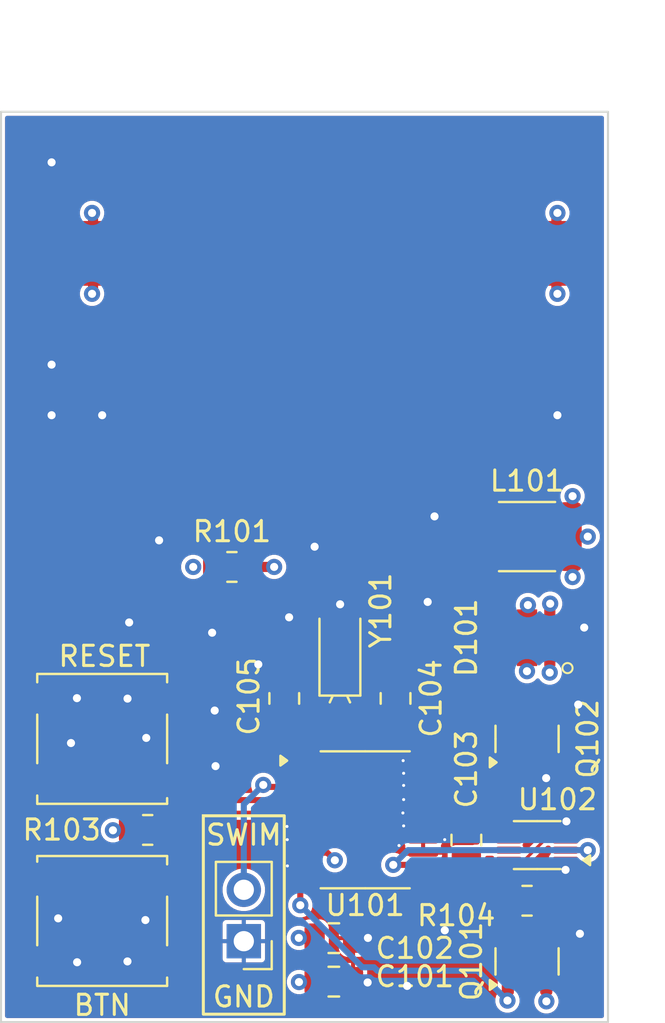
<source format=kicad_pcb>
(kicad_pcb
	(version 20241229)
	(generator "pcbnew")
	(generator_version "9.0")
	(general
		(thickness 1.6238)
		(legacy_teardrops no)
	)
	(paper "A4")
	(layers
		(0 "F.Cu" signal)
		(4 "In1.Cu" power)
		(6 "In2.Cu" signal)
		(2 "B.Cu" power)
		(9 "F.Adhes" user "F.Adhesive")
		(11 "B.Adhes" user "B.Adhesive")
		(13 "F.Paste" user)
		(15 "B.Paste" user)
		(5 "F.SilkS" user "F.Silkscreen")
		(7 "B.SilkS" user "B.Silkscreen")
		(1 "F.Mask" user)
		(3 "B.Mask" user)
		(17 "Dwgs.User" user "User.Drawings")
		(19 "Cmts.User" user "User.Comments")
		(21 "Eco1.User" user "User.Eco1")
		(23 "Eco2.User" user "User.Eco2")
		(25 "Edge.Cuts" user)
		(27 "Margin" user)
		(31 "F.CrtYd" user "F.Courtyard")
		(29 "B.CrtYd" user "B.Courtyard")
		(35 "F.Fab" user)
		(33 "B.Fab" user)
		(39 "User.1" user)
		(41 "User.2" user)
		(43 "User.3" user)
		(45 "User.4" user)
		(47 "User.5" user)
		(49 "User.6" user)
		(51 "User.7" user)
		(53 "User.8" user)
		(55 "User.9" user)
	)
	(setup
		(stackup
			(layer "F.SilkS"
				(type "Top Silk Screen")
			)
			(layer "F.Paste"
				(type "Top Solder Paste")
			)
			(layer "F.Mask"
				(type "Top Solder Mask")
				(thickness 0.01)
			)
			(layer "F.Cu"
				(type "copper")
				(thickness 0.035)
			)
			(layer "dielectric 1"
				(type "prepreg")
				(thickness 0.0994)
				(material "FR4")
				(epsilon_r 4.5)
				(loss_tangent 0.02)
			)
			(layer "In1.Cu"
				(type "copper")
				(thickness 0.035)
			)
			(layer "dielectric 2"
				(type "core")
				(thickness 1.265)
				(material "FR4")
				(epsilon_r 4.5)
				(loss_tangent 0.02)
			)
			(layer "In2.Cu"
				(type "copper")
				(thickness 0.035)
			)
			(layer "dielectric 3"
				(type "prepreg")
				(thickness 0.0994)
				(material "FR4")
				(epsilon_r 4.5)
				(loss_tangent 0.02)
			)
			(layer "B.Cu"
				(type "copper")
				(thickness 0.035)
			)
			(layer "B.Mask"
				(type "Bottom Solder Mask")
				(thickness 0.01)
			)
			(layer "B.Paste"
				(type "Bottom Solder Paste")
			)
			(layer "B.SilkS"
				(type "Bottom Silk Screen")
			)
			(copper_finish "ENIG")
			(dielectric_constraints no)
		)
		(pad_to_mask_clearance 0)
		(allow_soldermask_bridges_in_footprints no)
		(tenting front back)
		(pcbplotparams
			(layerselection 0x00000000_00000000_55555555_5755f5ff)
			(plot_on_all_layers_selection 0x00000000_00000000_00000000_00000000)
			(disableapertmacros no)
			(usegerberextensions no)
			(usegerberattributes yes)
			(usegerberadvancedattributes yes)
			(creategerberjobfile yes)
			(dashed_line_dash_ratio 12.000000)
			(dashed_line_gap_ratio 3.000000)
			(svgprecision 4)
			(plotframeref no)
			(mode 1)
			(useauxorigin no)
			(hpglpennumber 1)
			(hpglpenspeed 20)
			(hpglpendiameter 15.000000)
			(pdf_front_fp_property_popups yes)
			(pdf_back_fp_property_popups yes)
			(pdf_metadata yes)
			(pdf_single_document no)
			(dxfpolygonmode yes)
			(dxfimperialunits yes)
			(dxfusepcbnewfont yes)
			(psnegative no)
			(psa4output no)
			(plot_black_and_white yes)
			(sketchpadsonfab no)
			(plotpadnumbers no)
			(hidednponfab no)
			(sketchdnponfab yes)
			(crossoutdnponfab yes)
			(subtractmaskfromsilk no)
			(outputformat 1)
			(mirror no)
			(drillshape 1)
			(scaleselection 1)
			(outputdirectory "")
		)
	)
	(net 0 "")
	(net 1 "Net-(BT101-+)")
	(net 2 "GND")
	(net 3 "+3V0")
	(net 4 "Net-(D101-A)")
	(net 5 "/~{RESET}")
	(net 6 "/PWR_MONO")
	(net 7 "VS")
	(net 8 "Net-(Q102-G)")
	(net 9 "/DRV_LED")
	(net 10 "/SWIM")
	(net 11 "/OSC32_P")
	(net 12 "/OSC32_N")
	(net 13 "/BTN")
	(net 14 "Net-(U102-C_{ext})")
	(net 15 "Net-(U102-RC_{ext})")
	(footprint "Connector_PinHeader_2.54mm:PinHeader_1x02_P2.54mm_Vertical" (layer "F.Cu") (at 112 141 180))
	(footprint "Capacitor_SMD:C_0805_2012Metric" (layer "F.Cu") (at 119.5 129 90))
	(footprint "Capacitor_SMD:C_0805_2012Metric" (layer "F.Cu") (at 123 136 90))
	(footprint "Inductor_SMD:L_1812_4532Metric" (layer "F.Cu") (at 126 121 180))
	(footprint "Package_TO_SOT_SMD:SOT-23" (layer "F.Cu") (at 126 142 90))
	(footprint "Capacitor_SMD:C_0805_2012Metric" (layer "F.Cu") (at 116.449999 143))
	(footprint "Seppl_Battery_Holders:Battery_2023_MY-2032-01" (layer "F.Cu") (at 116 107 180))
	(footprint "Resistor_SMD:R_0805_2012Metric" (layer "F.Cu") (at 111.4125 122.5 180))
	(footprint "Seppl_LED_SMD:LED-LV-CRBP.01_OSRAM" (layer "F.Cu") (at 126 126))
	(footprint "Capacitor_SMD:C_0805_2012Metric" (layer "F.Cu") (at 114 129 -90))
	(footprint "Button_Switch_SMD:SW_Push_1P1T_NO_CK_KSC6xxJ" (layer "F.Cu") (at 105 140 180))
	(footprint "Button_Switch_SMD:SW_Push_1P1T_NO_CK_KSC6xxJ" (layer "F.Cu") (at 105 131))
	(footprint "Seppl_Logo:Logo_3.3x5" (layer "F.Cu") (at 104.5 123.25))
	(footprint "Package_SO:TSSOP-20_4.4x6.5mm_P0.65mm" (layer "F.Cu") (at 118 135))
	(footprint "Resistor_SMD:R_0805_2012Metric" (layer "F.Cu") (at 107.25 135.5))
	(footprint "Package_TO_SOT_SMD:SOT-23" (layer "F.Cu") (at 126 131 90))
	(footprint "Capacitor_SMD:C_0805_2012Metric" (layer "F.Cu") (at 116.449999 140.85))
	(footprint "Crystal:Crystal_SMD_MicroCrystal_MS3V-T1R" (layer "F.Cu") (at 116.75 127 180))
	(footprint "Resistor_SMD:R_0805_2012Metric" (layer "F.Cu") (at 126 139 180))
	(footprint "Package_SO:VSSOP-8_2.3x2mm_P0.5mm" (layer "F.Cu") (at 126.5 136.25 180))
	(gr_rect
		(start 110 134.800638)
		(end 114 144.60898)
		(stroke
			(width 0.15)
			(type default)
		)
		(fill no)
		(layer "F.SilkS")
		(uuid "a9787c48-274b-496c-b785-812d768df052")
	)
	(gr_rect
		(start 100 100)
		(end 130 145)
		(stroke
			(width 0.1)
			(type default)
		)
		(fill no)
		(layer "Edge.Cuts")
		(uuid "369b27a9-0249-4e7d-883c-4bb16fe451f7")
	)
	(gr_text "rosaled v0\n2025/05"
		(at 101 120 0)
		(layer "F.Mask")
		(uuid "431bfe97-ddae-4c2e-a060-bf7c9d879267")
		(effects
			(font
				(size 1 1)
				(thickness 0.15)
			)
			(justify left bottom)
		)
	)
	(gr_text "RESET"
		(at 102.75 127.5 0)
		(layer "F.SilkS")
		(uuid "1b1e3ffc-983b-4481-a319-2dbaa6640389")
		(effects
			(font
				(size 1 1)
				(thickness 0.15)
			)
			(justify left bottom)
		)
	)
	(gr_text "BTN"
		(at 103.5 144.75 0)
		(layer "F.SilkS")
		(uuid "3703f491-1a47-41f0-a2d1-42cadd4adf78")
		(effects
			(font
				(size 1 1)
				(thickness 0.15)
			)
			(justify left bottom)
		)
	)
	(gr_text "SWIM"
		(at 112 135.75 0)
		(layer "F.SilkS")
		(uuid "83d585c5-d28b-4f48-8cde-46e1f88bdcfe")
		(effects
			(font
				(size 1 1)
				(thickness 0.153)
			)
		)
	)
	(gr_text "GND"
		(at 112 143.75 0)
		(layer "F.SilkS")
		(uuid "eb0a255f-cc00-4aff-a8af-31e6aaf3655b")
		(effects
			(font
				(size 1 1)
				(thickness 0.153)
			)
		)
	)
	(segment
		(start 127.450001 107)
		(end 127.450001 108.950001)
		(width 0.5)
		(layer "F.Cu")
		(net 1)
		(uuid "1f45e78c-2fa2-4fc2-9dbc-e443866fd10b")
	)
	(segment
		(start 104.549999 107)
		(end 104.549999 105.049999)
		(width 0.5)
		(layer "F.Cu")
		(net 1)
		(uuid "43911940-7f54-4f7b-9540-fe6281552d4d")
	)
	(segment
		(start 127.450001 108.950001)
		(end 127.5 109)
		(width 0.5)
		(layer "F.Cu")
		(net 1)
		(uuid "52ffb9d1-f260-4f33-80c9-d0f34143c38e")
	)
	(segment
		(start 104.549999 108.950001)
		(end 104.5 109)
		(width 0.5)
		(layer "F.Cu")
		(net 1)
		(uuid "5f8fd91d-0e28-41e3-b010-1d00435d4733")
	)
	(segment
		(start 104.549999 107)
		(end 104.549999 108.950001)
		(width 0.5)
		(layer "F.Cu")
		(net 1)
		(uuid "6657ae09-2845-4b21-824a-bfafadaf4c78")
	)
	(segment
		(start 104.549999 105.049999)
		(end 104.5 105)
		(width 0.5)
		(layer "F.Cu")
		(net 1)
		(uuid "894aaed3-584a-4ac4-a332-8223f3923c12")
	)
	(segment
		(start 127.450001 105.049999)
		(end 127.5 105)
		(width 0.5)
		(layer "F.Cu")
		(net 1)
		(uuid "934b1c5d-df9b-4d11-9b5a-4f3663528a41")
	)
	(segment
		(start 127.450001 107)
		(end 127.450001 105.049999)
		(width 0.5)
		(layer "F.Cu")
		(net 1)
		(uuid "9e7cff93-03f5-4bcd-b49c-0c9f7b7079be")
	)
	(via
		(at 127.5 109)
		(size 0.8)
		(drill 0.4)
		(layers "F.Cu" "B.Cu")
		(free yes)
		(net 1)
		(uuid "08fa76d7-e098-4352-85a9-56150abef868")
	)
	(via
		(at 127.5 105)
		(size 0.8)
		(drill 0.4)
		(layers "F.Cu" "B.Cu")
		(free yes)
		(net 1)
		(uuid "1ad75586-ef47-45e2-a8df-841842522d41")
	)
	(via
		(at 104.5 109)
		(size 0.8)
		(drill 0.4)
		(layers "F.Cu" "B.Cu")
		(free yes)
		(net 1)
		(uuid "380c293e-23bd-4bea-a495-584f19fe7fc5")
	)
	(via
		(at 104.5 105)
		(size 0.8)
		(drill 0.4)
		(layers "F.Cu" "B.Cu")
		(free yes)
		(net 1)
		(uuid "453f35d8-d722-4d18-8513-cbf982d42765")
	)
	(via
		(at 109.5 122.5)
		(size 0.8)
		(drill 0.4)
		(layers "F.Cu" "B.Cu")
		(free yes)
		(net 1)
		(uuid "750e0b21-5ab8-46ab-89d9-3be3a4654735")
	)
	(segment
		(start 121.923822 135.975)
		(end 121.929559 135.980737)
		(width 0.3)
		(layer "F.Cu")
		(net 2)
		(uuid "029b419e-8ad3-476e-942b-0c7615e702a4")
	)
	(segment
		(start 120.8625 134.675)
		(end 119.876387 134.675)
		(width 0.3)
		(layer "F.Cu")
		(net 2)
		(uuid "030514be-3250-46a8-8244-d936f51de821")
	)
	(segment
		(start 115.1375 135.975)
		(end 114.153188 135.975)
		(width 0.3)
		(layer "F.Cu")
		(net 2)
		(uuid "0ed93c42-7358-4f78-85f4-470f5fa759d1")
	)
	(segment
		(start 120.8625 135.325)
		(end 119.925 135.325)
		(width 0.3)
		(layer "F.Cu")
		(net 2)
		(uuid "31602f78-2196-45fe-b873-28f2e673f1e8")
	)
	(segment
		(start 120.8625 132.725)
		(end 119.925 132.725)
		(width 0.3)
		(layer "F.Cu")
		(net 2)
		(uuid "34598b8e-f2de-45b8-aa6c-26424a4ce8c0")
	)
	(segment
		(start 120.8625 135.975)
		(end 121.923822 135.975)
		(width 0.3)
		(layer "F.Cu")
		(net 2)
		(uuid "36f81fd5-d6b9-4182-a9af-df75bcba66c5")
	)
	(segment
		(start 115.1375 137.275)
		(end 114.157535 137.275)
		(width 0.3)
		(layer "F.Cu")
		(net 2)
		(uuid "41c8cc2f-1c9d-46bb-8a4b-5d285048503a")
	)
	(segment
		(start 119.975 133.375)
		(end 119.9 133.3)
		(width 0.3)
		(layer "F.Cu")
		(net 2)
		(uuid "5b9293c6-f1e8-426f-997b-668b0d444193")
	)
	(segment
		(start 120.8625 133.375)
		(end 119.975 133.375)
		(width 0.3)
		(layer "F.Cu")
		(net 2)
		(uuid "62a7f6b7-3876-4d56-94cd-3b06caaf8c68")
	)
	(segment
		(start 120.8625 134.025)
		(end 119.925 134.025)
		(width 0.3)
		(layer "F.Cu")
		(net 2)
		(uuid "687d489c-6d34-4d90-a61b-a24ef984c11c")
	)
	(segment
		(start 119.925 135.325)
		(end 119.9 135.3)
		(width 0.3)
		(layer "F.Cu")
		(net 2)
		(uuid "70005edb-6a46-43b2-b32d-dd59f1038af5")
	)
	(segment
		(start 119.925 134.025)
		(end 119.9 134)
		(width 0.3)
		(layer "F.Cu")
		(net 2)
		(uuid "974a028e-e0ea-408f-9a88-b79f1fceb2e9")
	)
	(segment
		(start 119.876387 134.675)
		(end 119.863123 134.661736)
		(width 0.3)
		(layer "F.Cu")
		(net 2)
		(uuid "a1a1933d-a29f-4d46-ad4d-cfabdb3ea29b")
	)
	(segment
		(start 114.153188 135.975)
		(end 114.147451 135.980737)
		(width 0.3)
		(layer "F.Cu")
		(net 2)
		(uuid "a8368b0d-fe30-4dc6-a411-ceaf43dfa278")
	)
	(segment
		(start 119.875 132.075)
		(end 120.8625 132.075)
		(width 0.3)
		(layer "F.Cu")
		(net 2)
		(uuid "bc62c756-98c6-43bd-81e1-94e74084b7c4")
	)
	(segment
		(start 114.13636 135.325)
		(end 114.132795 135.328565)
		(width 0.3)
		(layer "F.Cu")
		(net 2)
		(uuid "beb0b20f-ed7a-4997-b462-6add49d7eed3")
	)
	(segment
		(start 120.8625 136.625)
		(end 120.025 136.625)
		(width 0.3)
		(layer "F.Cu")
		(net 2)
		(uuid "c0be9e67-a024-4596-b69b-c9ed06de5861")
	)
	(segment
		(start 120.025 136.625)
		(end 119.671162 136.271162)
		(width 0.3)
		(layer "F.Cu")
		(net 2)
		(uuid "c985ca31-452e-4db0-8696-3752637bff49")
	)
	(segment
		(start 115.1375 135.325)
		(end 114.13636 135.325)
		(width 0.3)
		(layer "F.Cu")
		(net 2)
		(uuid "cfedfb69-158b-49f5-ad6f-e16e3e5baa8e")
	)
	(segment
		(start 114.157535 137.275)
		(end 114.154779 137.277756)
		(width 0.3)
		(layer "F.Cu")
		(net 2)
		(uuid "d0ef99fb-cf22-4df5-9019-dbeaaeb06e74")
	)
	(segment
		(start 119.925 132.725)
		(end 119.9 132.7)
		(width 0.3)
		(layer "F.Cu")
		(net 2)
		(uuid "f3346605-2b94-4bf0-9f2b-9b5e7f8ead8a")
	)
	(via
		(at 118.120104 143.040555)
		(size 0.8)
		(drill 0.4)
		(layers "F.Cu" "B.Cu")
		(free yes)
		(net 2)
		(uuid "0402941b-ce4a-43a2-82f8-01158b1bbbc7")
	)
	(via
		(at 119.9 133.3)
		(size 0.25)
		(drill 0.15)
		(layers "F.Cu" "B.Cu")
		(net 2)
		(uuid "0650bb4c-a240-42bd-bbd5-84c81247dc9e")
	)
	(via
		(at 102.5 112.5)
		(size 0.8)
		(drill 0.4)
		(layers "F.Cu" "B.Cu")
		(free yes)
		(net 2)
		(uuid "08474e73-561e-4c3b-8915-d2f8bab5fbac")
	)
	(via
		(at 127.944603 135.076712)
		(size 0.8)
		(drill 0.4)
		(layers "F.Cu" "B.Cu")
		(free yes)
		(net 2)
		(uuid "09f9f927-906d-46d5-b097-96be9104e787")
	)
	(via
		(at 114.132795 135.328565)
		(size 0.25)
		(drill 0.15)
		(layers "F.Cu" "B.Cu")
		(net 2)
		(uuid "0cb277df-a93a-4705-bcf0-49da68de41be")
	)
	(via
		(at 120.073056 143.211277)
		(size 0.8)
		(drill 0.4)
		(layers "F.Cu" "B.Cu")
		(free yes)
		(net 2)
		(uuid "11259dbe-bc00-440b-af9f-8e0f12efbd46")
	)
	(via
		(at 110.603351 132.346481)
		(size 0.8)
		(drill 0.4)
		(layers "F.Cu" "B.Cu")
		(free yes)
		(net 2)
		(uuid "154112be-5c6f-4be0-bc5d-ce13fe0f6c62")
	)
	(via
		(at 116.760023 124.347045)
		(size 0.8)
		(drill 0.4)
		(layers "F.Cu" "B.Cu")
		(free yes)
		(net 2)
		(uuid "16728260-79c4-4b3f-bd12-f3061370c57a")
	)
	(via
		(at 114.239041 124.990549)
		(size 0.8)
		(drill 0.4)
		(layers "F.Cu" "B.Cu")
		(free yes)
		(net 2)
		(uuid "2075d813-e242-4f6a-8ff0-990f42cc5e75")
	)
	(via
		(at 107.136762 139.956065)
		(size 0.8)
		(drill 0.4)
		(layers "F.Cu" "B.Cu")
		(free yes)
		(net 2)
		(uuid "2393afc5-5651-4c5d-9791-f903ec5d033c")
	)
	(via
		(at 103.752377 128.98656)
		(size 0.8)
		(drill 0.4)
		(layers "F.Cu" "B.Cu")
		(free yes)
		(net 2)
		(uuid "24827c41-e4a7-416c-8d6c-d925265fb915")
	)
	(via
		(at 119.9 132.7)
		(size 0.25)
		(drill 0.15)
		(layers "F.Cu" "B.Cu")
		(net 2)
		(uuid "26efa6f4-a7f0-4b7c-832b-fd334c866119")
	)
	(via
		(at 106.250173 142)
		(size 0.8)
		(drill 0.4)
		(layers "F.Cu" "B.Cu")
		(free yes)
		(net 2)
		(uuid "2a3e7989-1850-4a7c-8edc-fbf3d2d28378")
	)
	(via
		(at 121.425871 120.002044)
		(size 0.8)
		(drill 0.4)
		(layers "F.Cu" "B.Cu")
		(free yes)
		(net 2)
		(uuid "36729926-7e66-4f03-9f4a-a02ded78278b")
	)
	(via
		(at 106.333528 125.244202)
		(size 0.8)
		(drill 0.4)
		(layers "F.Cu" "B.Cu")
		(free yes)
		(net 2)
		(uuid "39919e72-8ee9-4dc1-aa66-6316ddf2e916")
	)
	(via
		(at 110.434249 125.751508)
		(size 0.8)
		(drill 0.4)
		(layers "F.Cu" "B.Cu")
		(free yes)
		(net 2)
		(uuid "547c6da4-39c2-4787-a884-9b552b918aa2")
	)
	(via
		(at 121.929559 135.980737)
		(size 0.25)
		(drill 0.15)
		(layers "F.Cu" "B.Cu")
		(net 2)
		(uuid "57787e5f-a29f-4d29-99d2-28aba8c48131")
	)
	(via
		(at 103.762105 142.040787)
		(size 0.8)
		(drill 0.4)
		(layers "F.Cu" "B.Cu")
		(free yes)
		(net 2)
		(uuid "59c34625-4a49-441d-9c66-77bc5c50f181")
	)
	(via
		(at 102.824664 139.871514)
		(size 0.8)
		(drill 0.4)
		(layers "F.Cu" "B.Cu")
		(free yes)
		(net 2)
		(uuid "59c57c0e-c8b3-40e2-b83c-d25e88bb1c3f")
	)
	(via
		(at 107.81317 121.185757)
		(size 0.8)
		(drill 0.4)
		(layers "F.Cu" "B.Cu")
		(free yes)
		(net 2)
		(uuid "5f06c57f-b098-41f5-a842-accfda49d055")
	)
	(via
		(at 127.901972 137.474736)
		(size 0.8)
		(drill 0.4)
		(layers "F.Cu" "B.Cu")
		(free yes)
		(net 2)
		(uuid "668355a2-0ad9-4eda-9eac-9322f33b7b6d")
	)
	(via
		(at 102.5 115)
		(size 0.8)
		(drill 0.4)
		(layers "F.Cu" "B.Cu")
		(free yes)
		(net 2)
		(uuid "6a7cc018-96a0-4131-8e58-7e33e14a3c8a")
	)
	(via
		(at 119.9 134)
		(size 0.25)
		(drill 0.15)
		(layers "F.Cu" "B.Cu")
		(net 2)
		(uuid "6f97ec57-1e6f-4151-9dbd-80b36c55ffae")
	)
	(via
		(at 112.717124 127.3157)
		(size 0.8)
		(drill 0.4)
		(layers "F.Cu" "B.Cu")
		(free yes)
		(net 2)
		(uuid "7441bf1a-8c2e-4a99-bf8c-bda2a57f7cdf")
	)
	(via
		(at 114.147451 135.980737)
		(size 0.25)
		(drill 0.15)
		(layers "F.Cu" "B.Cu")
		(net 2)
		(uuid "75bdf2a0-a46e-4f0e-8a37-12810e8cb145")
	)
	(via
		(at 121.087667 124.229591)
		(size 0.8)
		(drill 0.4)
		(layers "F.Cu" "B.Cu")
		(free yes)
		(net 2)
		(uuid "90cf6a42-34fc-4c5f-b865-1160de359e80")
	)
	(via
		(at 127.5 115)
		(size 0.8)
		(drill 0.4)
		(layers "F.Cu" "B.Cu")
		(free yes)
		(net 2)
		(uuid "91ad3ae0-2786-4d80-af8f-ae55e1d9830b")
	)
	(via
		(at 128.824078 125.497855)
		(size 0.8)
		(drill 0.4)
		(layers "F.Cu" "B.Cu")
		(free yes)
		(net 2)
		(uuid "936b37e0-4f92-40fb-adcc-7cb67c4aaec8")
	)
	(via
		(at 118.1354 140.839103)
		(size 0.8)
		(drill 0.4)
		(layers "F.Cu" "B.Cu")
		(free yes)
		(net 2)
		(uuid "967bfb52-f7c4-4cd2-8396-ed2519393a9a")
	)
	(via
		(at 119.671162 136.271162)
		(size 0.25)
		(drill 0.15)
		(layers "F.Cu" "B.Cu")
		(net 2)
		(uuid "a2a6295b-8590-4dd2-aa07-9bb9cff373ff")
	)
	(via
		(at 119.863123 134.661736)
		(size 0.25)
		(drill 0.15)
		(layers "F.Cu" "B.Cu")
		(net 2)
		(uuid "a98afb13-e0b2-4ce6-9010-bee753398320")
	)
	(via
		(at 102.5 102.5)
		(size 0.8)
		(drill 0.4)
		(layers "F.Cu" "B.Cu")
		(free yes)
		(net 2)
		(uuid "b56fb398-5e85-4d4c-bf27-ff3304ba752a")
	)
	(via
		(at 121.933176 140.463371)
		(size 0.8)
		(drill 0.4)
		(layers "F.Cu" "B.Cu")
		(free yes)
		(net 2)
		(uuid "bc26ecd0-0626-45a2-b81d-7457465d0b09")
	)
	(via
		(at 105 115)
		(size 0.8)
		(drill 0.4)
		(layers "F.Cu" "B.Cu")
		(free yes)
		(net 2)
		(uuid "bf7255a3-f726-450d-9702-f76c4e9b2fb9")
	)
	(via
		(at 110.561075 129.598575)
		(size 0.8)
		(drill 0.4)
		(layers "F.Cu" "B.Cu")
		(free yes)
		(net 2)
		(uuid "c3b49fb1-a2fc-4c28-964e-8dfa3b22b6a7")
	)
	(via
		(at 115.5 121.5)
		(size 0.8)
		(drill 0.4)
		(layers "F.Cu" "B.Cu")
		(free yes)
		(net 2)
		(uuid "c7b1e716-346d-4bf8-b31f-d0fad5e54c12")
	)
	(via
		(at 126.943916 132.938818)
		(size 0.8)
		(drill 0.4)
		(layers "F.Cu" "B.Cu")
		(free yes)
		(net 2)
		(uuid "cbcdec27-a1c3-44f4-8792-746e81f8228d")
	)
	(via
		(at 128.612701 140.632473)
		(size 0.8)
		(drill 0.4)
		(layers "F.Cu" "B.Cu")
		(free yes)
		(net 2)
		(uuid "d56a70a1-3f2a-4a82-ba6d-62e0d1e9285c")
	)
	(via
		(at 107.179038 130.95139)
		(size 0.8)
		(drill 0.4)
		(layers "F.Cu" "B.Cu")
		(free yes)
		(net 2)
		(uuid "d7d140a9-8f4d-4f63-ab04-5fe7656e8080")
	)
	(via
		(at 119.875 132.075)
		(size 0.25)
		(drill 0.15)
		(layers "F.Cu" "B.Cu")
		(net 2)
		(uuid "e24f52d2-def6-4f12-9704-196595c43b93")
	)
	(via
		(at 114.154779 137.277756)
		(size 0.25)
		(drill 0.15)
		(layers "F.Cu" "B.Cu")
		(net 2)
		(uuid "e98add48-385d-46d3-b13b-2baaf331e311")
	)
	(via
		(at 103.458796 131.205043)
		(size 0.8)
		(drill 0.4)
		(layers "F.Cu" "B.Cu")
		(free yes)
		(net 2)
		(uuid "f10b8f9e-739c-4e35-a1fc-6414f383b935")
	)
	(via
		(at 106.25319 129.009503)
		(size 0.8)
		(drill 0.4)
		(layers "F.Cu" "B.Cu")
		(free yes)
		(net 2)
		(uuid "f1802c6e-2148-454f-be68-bbca47e03b67")
	)
	(via
		(at 119.9 135.3)
		(size 0.25)
		(drill 0.15)
		(layers "F.Cu" "B.Cu")
		(net 2)
		(uuid "f60518ba-6671-4698-9710-ec510e63e77c")
	)
	(via
		(at 128.52815 129.302647)
		(size 0.8)
		(drill 0.4)
		(layers "F.Cu" "B.Cu")
		(free yes)
		(net 2)
		(uuid "f9057c51-bc36-412f-afb2-020b978cde0d")
	)
	(segment
		(start 112.325 122.5)
		(end 113.5 122.5)
		(width 0.5)
		(layer "F.Cu")
		(net 3)
		(uuid "57289eb5-5361-4ae4-9190-e2efc24ec746")
	)
	(segment
		(start 115.1375 136.625)
		(end 116.125 136.625)
		(width 0.3)
		(layer "F.Cu")
		(net 3)
		(uuid "f2620777-151c-4bfd-97f2-0d4a2bd361c8")
	)
	(segment
		(start 116.125 136.625)
		(end 116.5 137)
		(width 0.3)
		(layer "F.Cu")
		(net 3)
		(uuid "fc17d78a-d479-42b9-8919-5de465192878")
	)
	(via
		(at 125.995248 127.654222)
		(size 0.8)
		(drill 0.4)
		(layers "F.Cu" "B.Cu")
		(free yes)
		(net 3)
		(uuid "007d6df7-c9a4-4b34-95b6-fa1045d06318")
	)
	(via
		(at 105.53156 135.518191)
		(size 0.8)
		(drill 0.4)
		(layers "F.Cu" "B.Cu")
		(free yes)
		(net 3)
		(uuid "0e4be8a0-a1aa-4878-a653-bb2032eaa9d6")
	)
	(via
		(at 128.25 123)
		(size 0.8)
		(drill 0.4)
		(layers "F.Cu" "B.Cu")
		(free yes)
		(net 3)
		(uuid "118a759f-62ad-49aa-bb16-f0d464eab788")
	)
	(via
		(at 127.119467 127.723052)
		(size 0.8)
		(drill 0.4)
		(layers "F.Cu" "B.Cu")
		(free yes)
		(net 3)
		(uuid "16247424-8d03-436f-bdfd-9666311b00ca")
	)
	(via
		(at 128.25 119)
		(size 0.8)
		(drill 0.4)
		(layers "F.Cu" "B.Cu")
		(free yes)
		(net 3)
		(uuid "23595072-7fd9-435e-89e0-f4a5d5ea384d")
	)
	(via
		(at 116.5 137)
		(size 0.8)
		(drill 0.4)
		(layers "F.Cu" "B.Cu")
		(net 3)
		(uuid "31834b08-62dd-494c-a167-c893d093b97e")
	)
	(via
		(at 114.726472 143.019467)
		(size 0.8)
		(drill 0.4)
		(layers "F.Cu" "B.Cu")
		(free yes)
		(net 3)
		(uuid "4c8968f2-743c-425b-b60f-1bcaa918de0a")
	)
	(via
		(at 126.041135 124.384809)
		(size 0.8)
		(drill 0.4)
		(layers "F.Cu" "B.Cu")
		(free yes)
		(net 3)
		(uuid "50d095bf-f8d4-427f-8f13-9005c8ff4ac4")
	)
	(via
		(at 126.954113 143.974507)
		(size 0.8)
		(drill 0.4)
		(layers "F.Cu" "B.Cu")
		(free yes)
		(net 3)
		(uuid "5d459eda-8948-441b-987a-abb3015f50fc")
	)
	(via
		(at 113.5 122.5)
		(size 0.8)
		(drill 0.4)
		(layers "F.Cu" "B.Cu")
		(net 3)
		(uuid "88c7afba-2a55-4c5b-8bfa-6ea2e0a9ec46")
	)
	(via
		(at 114.71819 140.837835)
		(size 0.8)
		(drill 0.4)
		(layers "F.Cu" "B.Cu")
		(free yes)
		(net 3)
		(uuid "89b4fc36-d7ea-4bb9-883c-f1a58347438b")
	)
	(via
		(at 129 121.00068)
		(size 0.8)
		(drill 0.4)
		(layers "F.Cu" "B.Cu")
		(free yes)
		(net 3)
		(uuid "93fe8a7e-9f3c-4edb-bde9-d1d5297f0229")
	)
	(via
		(at 127.14241 124.315979)
		(size 0.8)
		(drill 0.4)
		(layers "F.Cu" "B.Cu")
		(free yes)
		(net 3)
		(uuid "b387c012-9241-49b6-ad89-8c273ea92d68")
	)
	(segment
		(start 124.875 125.375)
		(end 123.8625 124.3625)
		(width 0.5)
		(layer "F.Cu")
		(net 4)
		(uuid "61873065-26bc-4902-acc4-d9e9fb5a7b6f")
	)
	(segment
		(start 124.875 126)
		(end 124.875 125.375)
		(width 0.5)
		(layer "F.Cu")
		(net 4)
		(uuid "75a78627-981f-47b2-b054-d56a0c0b5696")
	)
	(segment
		(start 126 130.0625)
		(end 124.875 128.9375)
		(width 0.5)
		(layer "F.Cu")
		(net 4)
		(uuid "8000c526-98f4-4ffc-9013-235102b98b9b")
	)
	(segment
		(start 123.8625 124.3625)
		(end 123.8625 121)
		(width 0.5)
		(layer "F.Cu")
		(net 4)
		(uuid "802975fa-f337-4fdb-90b7-4bee4e49b082")
	)
	(segment
		(start 124.875 128.9375)
		(end 124.875 126)
		(width 0.5)
		(layer "F.Cu")
		(net 4)
		(uuid "f9ffa3d7-70a4-4117-85ec-568c58b67755")
	)
	(segment
		(start 108.925 134.025)
		(end 115.1375 134.025)
		(width 0.3)
		(layer "F.Cu")
		(net 5)
		(uuid "66b90c6d-f102-4f9d-9558-22bcbd5fa181")
	)
	(segment
		(start 107.9 133)
		(end 108.925 134.025)
		(width 0.3)
		(layer "F.Cu")
		(net 5)
		(uuid "ae1eef4b-bf16-427f-bbc4-d423633b785a")
	)
	(segment
		(start 107.9 133)
		(end 102.1 133)
		(width 0.5)
		(layer "F.Cu")
		(net 5)
		(uuid "da20be9d-48e3-4252-995a-62e3d0304027")
	)
	(segment
		(start 114.792096 138.270404)
		(end 115.1375 137.925)
		(width 0.3)
		(layer "F.Cu")
		(net 6)
		(uuid "031742fd-5b24-48e7-a1b0-d0136fd5242c")
	)
	(segment
		(start 114.792096 139.223015)
		(end 114.792096 138.270404)
		(width 0.3)
		(layer "F.Cu")
		(net 6)
		(uuid "365d87b4-f817-4755-9392-4d9b8d09a77e")
	)
	(via
		(at 114.792096 139.223015)
		(size 0.8)
		(drill 0.4)
		(layers "F.Cu" "B.Cu")
		(net 6)
		(uuid "10f208bb-ffe6-4dfa-ad39-6188ecda8886")
	)
	(via
		(at 125.03059 143.935615)
		(size 0.8)
		(drill 0.4)
		(layers "F.Cu" "B.Cu")
		(net 6)
		(uuid "2b3da9fd-257e-4c18-b564-d7a71d005911")
	)
	(segment
		(start 114.792096 139.223015)
		(end 117.858636 142.289555)
		(width 0.3)
		(layer "B.Cu")
		(net 6)
		(uuid "0c15a8de-d082-4810-8c2b-4c13c60850f6")
	)
	(segment
		(start 117.858636 142.289555)
		(end 118.431179 142.289555)
		(width 0.3)
		(layer "B.Cu")
		(net 6)
		(uuid "8bc862f7-ae95-45be-bbca-4bbccec6f58a")
	)
	(segment
		(start 123.555252 142.460277)
		(end 125.03059 143.935615)
		(width 0.3)
		(layer "B.Cu")
		(net 6)
		(uuid "aae36d5d-3328-4486-8e8d-1c4176fc749e")
	)
	(segment
		(start 118.601901 142.460277)
		(end 123.555252 142.460277)
		(width 0.3)
		(layer "B.Cu")
		(net 6)
		(uuid "dba68b00-9bae-4b23-b00a-1e2664479f7a")
	)
	(segment
		(start 118.431179 142.289555)
		(end 118.601901 142.460277)
		(width 0.3)
		(layer "B.Cu")
		(net 6)
		(uuid "e9d732bb-a3ab-4c50-9088-4c6642405879")
	)
	(segment
		(start 126.8645 136)
		(end 125.7385 137.126)
		(width 0.15)
		(layer "F.Cu")
		(net 7)
		(uuid "03af0687-4bb5-4e93-94a8-4ac62f8b22f5")
	)
	(segment
		(start 126.9125 140.149999)
		(end 126.9125 139)
		(width 0.5)
		(layer "F.Cu")
		(net 7)
		(uuid "2c579859-93f7-438e-9234-055ff325f00f")
	)
	(segment
		(start 125.7385 137.126)
		(end 125.1 137.126)
		(width 0.5)
		(layer "F.Cu")
		(net 7)
		(uuid "3ebe8b1b-80b7-47ef-8660-d369aed44018")
	)
	(segment
		(start 126.9125 138.3)
		(end 125.7385 137.126)
		(width 0.5)
		(layer "F.Cu")
		(net 7)
		(uuid "79181c27-41c3-434a-8aec-c9139d86a66b")
	)
	(segment
		(start 126 141.062499)
		(end 126.9125 140.149999)
		(width 0.5)
		(layer "F.Cu")
		(net 7)
		(uuid "7e30b958-ee4b-43b6-a9e3-e2502104582c")
	)
	(segment
		(start 127.9 136)
		(end 126.8645 136)
		(width 0.15)
		(layer "F.Cu")
		(net 7)
		(uuid "a3aed996-ada2-4bbd-b065-6497888b52c0")
	)
	(segment
		(start 126.9125 139)
		(end 126.9125 138.3)
		(width 0.5)
		(layer "F.Cu")
		(net 7)
		(uuid "bc8b05d2-37d3-49b8-b640-3fa3868bb734")
	)
	(segment
		(start 125.05 131.9375)
		(end 125.05 135.374)
		(width 0.5)
		(layer "F.Cu")
		(net 8)
		(uuid "b2b34e2b-7e57-472d-9c7c-e12e0c8e1678")
	)
	(segment
		(start 125.05 135.374)
		(end 125.1 135.374)
		(width 0.5)
		(layer "F.Cu")
		(net 8)
		(uuid "d73885b7-aa13-43e9-b7d2-ec2a332cc1df")
	)
	(segment
		(start 119.386512 137.227564)
		(end 120.815064 137.227564)
		(width 0.3)
		(layer "F.Cu")
		(net 9)
		(uuid "1aaf1f2b-c7e6-4412-a706-60c9520f7ddf")
	)
	(segment
		(start 120.815064 137.227564)
		(end 120.8625 137.275)
		(width 0.3)
		(layer "F.Cu")
		(net 9)
		(uuid "47ab928b-afb6-4449-886f-397afcdf1c21")
	)
	(segment
		(start 129 136.5)
		(end 127.9 136.5)
		(width 0.3)
		(layer "F.Cu")
		(net 9)
		(uuid "e22a9e08-89cf-499d-9b0b-eb7164319cad")
	)
	(via
		(at 119.386512 137.227564)
		(size 0.8)
		(drill 0.4)
		(layers "F.Cu" "B.Cu")
		(net 9)
		(uuid "5ca4af17-9f8d-4593-839a-e1d204617d5e")
	)
	(via
		(at 129 136.5)
		(size 0.8)
		(drill 0.4)
		(layers "F.Cu" "B.Cu")
		(net 9)
		(uuid "816adf12-1319-440f-b87e-1bfd23e239a3")
	)
	(segment
		(start 120.114076 136.5)
		(end 119.386512 137.227564)
		(width 0.3)
		(layer "B.Cu")
		(net 9)
		(uuid "8e302844-74de-43a8-8d64-3eceee7600c6")
	)
	(segment
		(start 129 136.5)
		(end 120.114076 136.5)
		(width 0.3)
		(layer "B.Cu")
		(net 9)
		(uuid "9359aaeb-e1aa-40ac-868a-6651fd166c65")
	)
	(segment
		(start 113.061869 133.375)
		(end 112.961869 133.275)
		(width 0.3)
		(layer "F.Cu")
		(net 10)
		(uuid "551ec133-6e38-403b-ba03-1b8bf8194c73")
	)
	(segment
		(start 115.1375 133.375)
		(end 113.061869 133.375)
		(width 0.3)
		(layer "F.Cu")
		(net 10)
		(uuid "c70fe934-e7f2-4c28-a8d5-82270ead78a4")
	)
	(via
		(at 112.961869 133.275)
		(size 0.8)
		(drill 0.4)
		(layers "F.Cu" "B.Cu")
		(net 10)
		(uuid "33cfb042-2b3e-4e7c-a599-d2e339d0c4bc")
	)
	(segment
		(start 112 134.236869)
		(end 112 138.46)
		(width 0.3)
		(layer "B.Cu")
		(net 10)
		(uuid "ea2083d8-599c-47b5-a912-80759dd63ad0")
	)
	(segment
		(start 112.961869 133.275)
		(end 112 134.236869)
		(width 0.3)
		(layer "B.Cu")
		(net 10)
		(uuid "f6c91a66-79d2-4966-9269-58987b513ced")
	)
	(segment
		(start 116.250001 131.641478)
		(end 116.250001 129.8)
		(width 0.3)
		(layer "F.Cu")
		(net 11)
		(uuid "085e2097-8750-4ea7-ab43-28b91e309e17")
	)
	(segment
		(start 116.250001 129.8)
		(end 114.149999 129.8)
		(width 0.3)
		(layer "F.Cu")
		(net 11)
		(uuid "0b1fb967-0941-4fe0-98bb-1d15fa58fc9b")
	)
	(segment
		(start 114.149999 129.8)
		(end 114 129.949999)
		(width 0.3)
		(layer "F.Cu")
		(net 11)
		(uuid "23a05623-8057-4eb8-b997-61afb4f6cfc0")
	)
	(segment
		(start 115.816479 132.075)
		(end 116.250001 131.641478)
		(width 0.3)
		(layer "F.Cu")
		(net 11)
		(uuid "772b10eb-1736-4ca5-86bf-34ddb503ec1a")
	)
	(segment
		(start 115.1375 132.075)
		(end 115.816479 132.075)
		(width 0.3)
		(layer "F.Cu")
		(net 11)
		(uuid "97f46a4c-5abd-4af5-b875-1301fcfb8943")
	)
	(segment
		(start 119.350001 129.8)
		(end 119.5 129.949999)
		(width 0.3)
		(layer "F.Cu")
		(net 12)
		(uuid "055a2de8-5926-43f1-ba8c-265494e023bc")
	)
	(segment
		(start 115.874999 132.725)
		(end 117.249999 131.35)
		(width 0.3)
		(layer "F.Cu")
		(net 12)
		(uuid "1fa8813a-7dc5-4467-9d01-2bd26db01910")
	)
	(segment
		(start 117.249999 131.35)
		(end 117.249999 129.8)
		(width 0.3)
		(layer "F.Cu")
		(net 12)
		(uuid "63cc018f-fc94-4a8c-ad4c-92f3fc15d5b8")
	)
	(segment
		(start 117.249999 129.8)
		(end 119.350001 129.8)
		(width 0.3)
		(layer "F.Cu")
		(net 12)
		(uuid "a4b4d6a8-b718-442f-8900-e47997fe4673")
	)
	(segment
		(start 115.1375 132.725)
		(end 115.874999 132.725)
		(width 0.3)
		(layer "F.Cu")
		(net 12)
		(uuid "b0371817-4c5a-4bd7-a172-3350590cf67d")
	)
	(segment
		(start 108.1625 135.5)
		(end 108.9875 134.675)
		(width 0.25)
		(layer "F.Cu")
		(net 13)
		(uuid "409a9116-8b58-414e-ad05-662b090b734e")
	)
	(segment
		(start 102.1 138)
		(end 107.9 138)
		(width 0.25)
		(layer "F.Cu")
		(net 13)
		(uuid "627a466f-d690-434e-8887-527896a1b2b6")
	)
	(segment
		(start 108.1625 137.5875)
		(end 108.1625 135.5)
		(width 0.25)
		(layer "F.Cu")
		(net 13)
		(uuid "81a0ba73-97c3-472b-9b10-851bf6c00128")
	)
	(segment
		(start 108.9875 134.675)
		(end 115.1375 134.675)
		(width 0.25)
		(layer "F.Cu")
		(net 13)
		(uuid "ac5ed2a6-4bd9-4458-bc25-933521ae11e6")
	)
	(segment
		(start 107.9 138)
		(end 107.9 137.85)
		(width 0.25)
		(layer "F.Cu")
		(net 13)
		(uuid "dac8c58c-b085-425e-a793-e64cac4a0fb6")
	)
	(segment
		(start 107.9 137.85)
		(end 108.1625 137.5875)
		(width 0.25)
		(layer "F.Cu")
		(net 13)
		(uuid "e600a2ea-5d3f-4fb0-acf1-5358f04bc054")
	)
	(segment
		(start 123.949999 136)
		(end 123 135.050001)
		(width 0.15)
		(layer "F.Cu")
		(net 14)
		(uuid "2194d2fd-7bfd-4a2c-9c16-e317acdd6279")
	)
	(segment
		(start 125.1 136)
		(end 123.949999 136)
		(width 0.15)
		(layer "F.Cu")
		(net 14)
		(uuid "72602ce4-d5b7-47a7-ae9d-d46359a633c9")
	)
	(segment
		(start 123 136.949999)
		(end 123.449999 136.5)
		(width 0.15)
		(layer "F.Cu")
		(net 15)
		(uuid "817e81b0-a3d7-4d85-bce0-f12491c98c73")
	)
	(segment
		(start 125.050001 139)
		(end 123 136.949999)
		(width 0.3)
		(layer "F.Cu")
		(net 15)
		(uuid "a280c2fc-606e-4b35-a3ab-e61c03c4898a")
	)
	(segment
		(start 123.449999 136.5)
		(end 125.1 136.5)
		(width 0.15)
		(layer "F.Cu")
		(net 15)
		(uuid "b556eeea-8c22-44ef-a7ae-19ca68446550")
	)
	(segment
		(start 125.0875 139)
		(end 125.050001 139)
		(width 0.3)
		(layer "F.Cu")
		(net 15)
		(uuid "beb7141c-515f-4978-a04c-4b45670c3967")
	)
	(zone
		(net 2)
		(net_name "GND")
		(layers "F.Cu" "B.Cu" "In1.Cu")
		(uuid "6f6fe5fa-008c-4763-9dae-c0747dbc392d")
		(hatch edge 0.5)
		(connect_pads
			(clearance 0.2)
		)
		(min_thickness 0.2)
		(filled_areas_thickness no)
		(fill yes
			(thermal_gap 0.2)
			(thermal_bridge_width 0.2)
		)
		(polygon
			(pts
				(xy 100 100) (xy 130 100) (xy 130 145) (xy 100 145)
			)
		)
		(filled_polygon
			(layer "F.Cu")
			(pts
				(xy 129.758691 100.219407) (xy 129.794655 100.268907) (xy 129.7995 100.2995) (xy 129.7995 144.7005)
				(xy 129.780593 144.758691) (xy 129.731093 144.794655) (xy 129.7005 144.7995) (xy 100.2995 144.7995)
				(xy 100.241309 144.780593) (xy 100.205345 144.731093) (xy 100.2005 144.7005) (xy 100.2005 142.94041)
				(xy 114.125972 142.94041) (xy 114.125972 143.098524) (xy 114.166895 143.251251) (xy 114.245952 143.388183)
				(xy 114.357756 143.499987) (xy 114.494688 143.579044) (xy 114.647415 143.619967) (xy 114.647417 143.619967)
				(xy 114.753198 143.619967) (xy 114.811389 143.638874) (xy 114.843185 143.681619) (xy 114.843742 143.681326)
				(xy 114.845643 143.684923) (xy 114.846641 143.686265) (xy 114.847207 143.687883) (xy 114.927845 143.797144)
				(xy 114.927847 143.797146) (xy 114.92785 143.79715) (xy 114.927853 143.797152) (xy 114.927855 143.797154)
				(xy 115.037116 143.877792) (xy 115.037117 143.877792) (xy 115.037118 143.877793) (xy 115.165301 143.922646)
				(xy 115.195725 143.925499) (xy 115.195727 143.9255) (xy 115.195734 143.9255) (xy 115.804273 143.9255)
				(xy 115.804273 143.925499) (xy 115.834699 143.922646) (xy 115.962882 143.877793) (xy 116.07215 143.79715)
				(xy 116.152793 143.687882) (xy 116.197646 143.559699) (xy 116.200499 143.529273) (xy 116.2005 143.529273)
				(xy 116.2005 143.100001) (xy 116.699999 143.100001) (xy 116.699999 143.529203) (xy 116.702848 143.5596)
				(xy 116.702848 143.559602) (xy 116.747652 143.687647) (xy 116.828205 143.79679) (xy 116.828207 143.796792)
				(xy 116.93735 143.877345) (xy 117.065396 143.922149) (xy 117.095787 143.924999) (xy 117.299996 143.924999)
				(xy 117.299998 143.924998) (xy 117.299998 143.100001) (xy 117.499998 143.100001) (xy 117.499998 143.924998)
				(xy 117.499999 143.924999) (xy 117.704201 143.924999) (xy 117.734598 143.922149) (xy 117.7346 143.922149)
				(xy 117.862645 143.877345) (xy 117.89081 143.856558) (xy 124.43009 143.856558) (xy 124.43009 144.014672)
				(xy 124.471013 144.167399) (xy 124.55007 144.304331) (xy 124.661874 144.416135) (xy 124.798806 144.495192)
				(xy 124.951533 144.536115) (xy 124.951535 144.536115) (xy 125.109645 144.536115) (xy 125.109647 144.536115)
				(xy 125.262374 144.495192) (xy 125.399306 144.416135) (xy 125.51111 144.304331) (xy 125.590167 144.167399)
				(xy 125.63109 144.014672) (xy 125.63109 143.89545) (xy 126.353613 143.89545) (xy 126.353613 144.053564)
				(xy 126.394536 144.206291) (xy 126.473593 144.343223) (xy 126.585397 144.455027) (xy 126.722329 144.534084)
				(xy 126.875056 144.575007) (xy 126.875058 144.575007) (xy 127.033168 144.575007) (xy 127.03317 144.575007)
				(xy 127.185897 144.534084) (xy 127.322829 144.455027) (xy 127.434633 144.343223) (xy 127.51369 144.206291)
				(xy 127.554613 144.053564) (xy 127.554613 143.89545) (xy 127.51369 143.742723) (xy 127.458955 143.64792)
				(xy 127.446235 143.588072) (xy 127.446728 143.584144) (xy 127.447471 143.579044) (xy 127.4505 143.55826)
				(xy 127.4505 142.31674) (xy 127.440573 142.248607) (xy 127.418378 142.203207) (xy 127.389198 142.143518)
				(xy 127.389198 142.143517) (xy 127.306483 142.060802) (xy 127.284385 142.049999) (xy 127.201395 142.009427)
				(xy 127.174139 142.005456) (xy 127.13326 141.9995) (xy 126.76674 141.9995) (xy 126.732673 142.004463)
				(xy 126.698604 142.009427) (xy 126.593518 142.060801) (xy 126.510801 142.143518) (xy 126.459427 142.248604)
				(xy 126.459427 142.248607) (xy 126.4495 142.31674) (xy 126.4495 143.55826) (xy 126.449696 143.559602)
				(xy 126.454929 143.595526) (xy 126.444608 143.655835) (xy 126.4427 143.659296) (xy 126.394538 143.742718)
				(xy 126.394536 143.742721) (xy 126.394536 143.742723) (xy 126.353613 143.89545) (xy 125.63109 143.89545)
				(xy 125.63109 143.856558) (xy 125.590167 143.703831) (xy 125.590165 143.703828) (xy 125.590165 143.703826)
				(xy 125.558742 143.6494) (xy 125.54602 143.589552) (xy 125.546508 143.585652) (xy 125.5505 143.55826)
				(xy 125.5505 142.31674) (xy 125.540573 142.248607) (xy 125.518378 142.203207) (xy 125.489198 142.143518)
				(xy 125.489198 142.143517) (xy 125.406483 142.060802) (xy 125.384385 142.049999) (xy 125.301395 142.009427)
				(xy 125.274139 142.005456) (xy 125.23326 141.9995) (xy 124.86674 141.9995) (xy 124.832673 142.004463)
				(xy 124.798604 142.009427) (xy 124.693518 142.060801) (xy 124.610801 142.143518) (xy 124.559427 142.248604)
				(xy 124.559427 142.248607) (xy 124.55014 142.312352) (xy 124.5495 142.316743) (xy 124.5495 143.541359)
				(xy 124.536237 143.590858) (xy 124.471013 143.703829) (xy 124.460593 143.742718) (xy 124.43009 143.856558)
				(xy 117.89081 143.856558) (xy 117.971788 143.796792) (xy 117.971791 143.796789) (xy 117.975856 143.791282)
				(xy 117.975857 143.79128) (xy 118.052343 143.687647) (xy 118.097147 143.559601) (xy 118.099997 143.529211)
				(xy 118.099998 143.52921) (xy 118.099998 143.100001) (xy 118.099997 143.1) (xy 117.499999 143.1)
				(xy 117.499998 143.100001) (xy 117.299998 143.100001) (xy 117.299997 143.1) (xy 116.7 143.1) (xy 116.699999 143.100001)
				(xy 116.2005 143.100001) (xy 116.2005 142.470788) (xy 116.699998 142.470788) (xy 116.699998 142.899999)
				(xy 116.699999 142.9) (xy 117.299997 142.9) (xy 117.299998 142.899999) (xy 117.299998 142.075001)
				(xy 117.499998 142.075001) (xy 117.499998 142.899999) (xy 117.499999 142.9) (xy 118.099996 142.9)
				(xy 118.099997 142.899999) (xy 118.099997 142.470796) (xy 118.097147 142.440399) (xy 118.097147 142.440397)
				(xy 118.052343 142.312352) (xy 117.97179 142.203209) (xy 117.971788 142.203207) (xy 117.862645 142.122654)
				(xy 117.734599 142.07785) (xy 117.704209 142.075) (xy 117.499999 142.075) (xy 117.499998 142.075001)
				(xy 117.299998 142.075001) (xy 117.299997 142.075) (xy 117.095794 142.075) (xy 117.065397 142.07785)
				(xy 117.065395 142.07785) (xy 116.93735 142.122654) (xy 116.828207 142.203207) (xy 116.828205 142.203209)
				(xy 116.747652 142.312352) (xy 116.702848 142.440398) (xy 116.699998 142.470788) (xy 116.2005 142.470788)
				(xy 116.2005 142.470727) (xy 116.200499 142.470725) (xy 116.197646 142.440305) (xy 116.197646 142.440301)
				(xy 116.152793 142.312118) (xy 116.15279 142.312114) (xy 116.072154 142.202855) (xy 116.072152 142.202853)
				(xy 116.07215 142.20285) (xy 116.072146 142.202847) (xy 116.072144 142.202845) (xy 115.962883 142.122207)
				(xy 115.834703 142.077355) (xy 115.834694 142.077353) (xy 115.804274 142.0745) (xy 115.804266 142.0745)
				(xy 115.195734 142.0745) (xy 115.195725 142.0745) (xy 115.165305 142.077353) (xy 115.165296 142.077355)
				(xy 115.037116 142.122207) (xy 114.927855 142.202845) (xy 114.927845 142.202855) (xy 114.847208 142.312114)
				(xy 114.847207 142.312116) (xy 114.840798 142.330431) (xy 114.833018 142.352666) (xy 114.795955 142.401345)
				(xy 114.739575 142.418967) (xy 114.647415 142.418967) (xy 114.494688 142.45989) (xy 114.357756 142.538947)
				(xy 114.245952 142.650751) (xy 114.166895 142.787683) (xy 114.125972 142.94041) (xy 100.2005 142.94041)
				(xy 100.2005 142.100001) (xy 100.5 142.100001) (xy 100.5 142.5197) (xy 100.511603 142.578036) (xy 100.555806 142.644189)
				(xy 100.55581 142.644193) (xy 100.621963 142.688396) (xy 100.680299 142.699999) (xy 100.680303 142.7)
				(xy 101.999999 142.7) (xy 102 142.699999) (xy 102 142.100001) (xy 102.2 142.100001) (xy 102.2 142.699999)
				(xy 102.200001 142.7) (xy 103.519697 142.7) (xy 103.5197 142.699999) (xy 103.578036 142.688396)
				(xy 103.644189 142.644193) (xy 103.644193 142.644189) (xy 103.688396 142.578036) (xy 103.699999 142.5197)
				(xy 103.7 142.519697) (xy 103.7 142.100001) (xy 106.3 142.100001) (xy 106.3 142.5197) (xy 106.311603 142.578036)
				(xy 106.355806 142.644189) (xy 106.35581 142.644193) (xy 106.421963 142.688396) (xy 106.480299 142.699999)
				(xy 106.480303 142.7) (xy 107.799999 142.7) (xy 107.8 142.699999) (xy 107.8 142.100001) (xy 108 142.100001)
				(xy 108 142.699999) (xy 108.000001 142.7) (xy 109.319697 142.7) (xy 109.3197 142.699999) (xy 109.378036 142.688396)
				(xy 109.444189 142.644193) (xy 109.444193 142.644189) (xy 109.488396 142.578036) (xy 109.499999 142.5197)
				(xy 109.5 142.519697) (xy 109.5 142.100001) (xy 109.499999 142.1) (xy 108.000001 142.1) (xy 108 142.100001)
				(xy 107.8 142.100001) (xy 107.799999 142.1) (xy 106.300001 142.1) (xy 106.3 142.100001) (xy 103.7 142.100001)
				(xy 103.699999 142.1) (xy 102.200001 142.1) (xy 102.2 142.100001) (xy 102 142.100001) (xy 101.999999 142.1)
				(xy 100.500001 142.1) (xy 100.5 142.100001) (xy 100.2005 142.100001) (xy 100.2005 141.480299) (xy 100.5 141.480299)
				(xy 100.5 141.899999) (xy 100.500001 141.9) (xy 101.999999 141.9) (xy 102 141.899999) (xy 102 141.300001)
				(xy 102.2 141.300001) (xy 102.2 141.899999) (xy 102.200001 141.9) (xy 103.699999 141.9) (xy 103.7 141.899999)
				(xy 103.7 141.480302) (xy 103.699999 141.480299) (xy 106.3 141.480299) (xy 106.3 141.899999) (xy 106.300001 141.9)
				(xy 107.799999 141.9) (xy 107.8 141.899999) (xy 107.8 141.300001) (xy 108 141.300001) (xy 108 141.899999)
				(xy 108.000001 141.9) (xy 109.499999 141.9) (xy 109.5 141.899999) (xy 109.5 141.480302) (xy 109.499999 141.480299)
				(xy 109.488396 141.421963) (xy 109.444193 141.35581) (xy 109.444189 141.355806) (xy 109.378036 141.311603)
				(xy 109.3197 141.3) (xy 108.000001 141.3) (xy 108 141.300001) (xy 107.8 141.300001) (xy 107.799999 141.3)
				(xy 106.480299 141.3) (xy 106.421963 141.311603) (xy 106.35581 141.355806) (xy 106.355806 141.35581)
				(xy 106.311603 141.421963) (xy 106.3 141.480299) (xy 103.699999 141.480299) (xy 103.688396 141.421963)
				(xy 103.644193 141.35581) (xy 103.644189 141.355806) (xy 103.578036 141.311603) (xy 103.5197 141.3)
				(xy 102.200001 141.3) (xy 102.2 141.300001) (xy 102 141.300001) (xy 101.999999 141.3) (xy 100.680299 141.3)
				(xy 100.621963 141.311603) (xy 100.55581 141.355806) (xy 100.555806 141.35581) (xy 100.511603 141.421963)
				(xy 100.5 141.480299) (xy 100.2005 141.480299) (xy 100.2005 140.130299) (xy 110.95 140.130299) (xy 110.95 140.899999)
				(xy 110.950001 140.9) (xy 111.509157 140.9) (xy 111.5 140.934174) (xy 111.5 141.065826) (xy 111.509157 141.1)
				(xy 110.950001 141.1) (xy 110.95 141.100001) (xy 110.95 141.8697) (xy 110.961603 141.928036) (xy 111.005806 141.994189)
				(xy 111.00581 141.994193) (xy 111.071963 142.038396) (xy 111.130299 142.049999) (xy 111.130303 142.05)
				(xy 111.899999 142.05) (xy 111.9 142.049999) (xy 111.9 141.490842) (xy 111.934174 141.5) (xy 112.065826 141.5)
				(xy 112.1 141.490842) (xy 112.1 142.049999) (xy 112.100001 142.05) (xy 112.869697 142.05) (xy 112.8697 142.049999)
				(xy 112.928036 142.038396) (xy 112.994189 141.994193) (xy 112.994193 141.994189) (xy 113.038396 141.928036)
				(xy 113.049999 141.8697) (xy 113.05 141.869697) (xy 113.05 141.100001) (xy 113.049999 141.1) (xy 112.490843 141.1)
				(xy 112.5 141.065826) (xy 112.5 140.934174) (xy 112.490843 140.9) (xy 113.049999 140.9) (xy 113.05 140.899999)
				(xy 113.05 140.758778) (xy 114.11769 140.758778) (xy 114.11769 140.916892) (xy 114.158613 141.069619)
				(xy 114.23767 141.206551) (xy 114.349474 141.318355) (xy 114.486406 141.397412) (xy 114.639133 141.438335)
				(xy 114.639135 141.438335) (xy 114.74213 141.438335) (xy 114.800321 141.457242) (xy 114.835574 141.504637)
				(xy 114.847207 141.537883) (xy 114.927845 141.647144) (xy 114.927847 141.647146) (xy 114.92785 141.64715)
				(xy 114.927853 141.647152) (xy 114.927855 141.647154) (xy 115.037116 141.727792) (xy 115.037117 141.727792)
				(xy 115.037118 141.727793) (xy 115.165301 141.772646) (xy 115.195725 141.775499) (xy 115.195727 141.7755)
				(xy 115.195734 141.7755) (xy 115.804273 141.7755) (xy 115.804273 141.775499) (xy 115.834699 141.772646)
				(xy 115.962882 141.727793) (xy 116.07215 141.64715) (xy 116.152793 141.537882) (xy 116.197646 141.409699)
				(xy 116.200499 141.379273) (xy 116.2005 141.379273) (xy 116.2005 140.950001) (xy 116.699999 140.950001)
				(xy 116.699999 141.379203) (xy 116.702848 141.4096) (xy 116.702848 141.409602) (xy 116.747652 141.537647)
				(xy 116.828205 141.64679) (xy 116.828207 141.646792) (xy 116.93735 141.727345) (xy 117.065396 141.772149)
				(xy 117.095787 141.774999) (xy 117.299996 141.774999) (xy 117.299998 141.774998) (xy 117.299998 140.950001)
				(xy 117.499998 140.950001) (xy 117.499998 141.774998) (xy 117.499999 141.774999) (xy 117.704201 141.774999)
				(xy 117.734598 141.772149) (xy 117.7346 141.772149) (xy 117.862645 141.727345) (xy 117.971788 141.646792)
				(xy 117.97179 141.64679) (xy 118.052343 141.537647) (xy 118.097147 141.409601) (xy 118.099997 141.379211)
				(xy 118.099998 141.37921) (xy 118.099998 140.950001) (xy 118.099997 140.95) (xy 117.499999 140.95)
				(xy 117.499998 140.950001) (xy 117.299998 140.950001) (xy 117.299997 140.95) (xy 116.7 140.95) (xy 116.699999 140.950001)
				(xy 116.2005 140.950001) (xy 116.2005 140.320788) (xy 116.699998 140.320788) (xy 116.699998 140.749999)
				(xy 116.699999 140.75) (xy 117.299997 140.75) (xy 117.299998 140.749999) (xy 117.299998 139.925001)
				(xy 117.499998 139.925001) (xy 117.499998 140.749999) (xy 117.499999 140.75) (xy 118.099996 140.75)
				(xy 118.099997 140.749999) (xy 118.099997 140.320796) (xy 118.097147 140.290399) (xy 118.097147 140.290397)
				(xy 118.052343 140.162352) (xy 117.97179 140.053209) (xy 117.971788 140.053207) (xy 117.862645 139.972654)
				(xy 117.734599 139.92785) (xy 117.704209 139.925) (xy 117.499999 139.925) (xy 117.499998 139.925001)
				(xy 117.299998 139.925001) (xy 117.299997 139.925) (xy 117.095794 139.925) (xy 117.065397 139.92785)
				(xy 117.065395 139.92785) (xy 116.93735 139.972654) (xy 116.828207 140.053207) (xy 116.828205 140.053209)
				(xy 116.747652 140.162352) (xy 116.702848 140.290398) (xy 116.699998 140.320788) (xy 116.2005 140.320788)
				(xy 116.2005 140.320727) (xy 116.200499 140.320725) (xy 116.197646 140.290305) (xy 116.197646 140.290301)
				(xy 116.152793 140.162118) (xy 116.141946 140.147421) (xy 116.072154 140.052855) (xy 116.072152 140.052853)
				(xy 116.07215 140.05285) (xy 116.072146 140.052847) (xy 116.072144 140.052845) (xy 115.962883 139.972207)
				(xy 115.834703 139.927355) (xy 115.834694 139.927353) (xy 115.804274 139.9245) (xy 115.804266 139.9245)
				(xy 115.195734 139.9245) (xy 115.195725 139.9245) (xy 115.165825 139.927304) (xy 115.165822 139.927305)
				(xy 115.165301 139.927354) (xy 115.037118 139.972207) (xy 115.016881 139.987142) (xy 115.016877 139.987144)
				(xy 114.927852 140.052848) (xy 114.927845 140.052855) (xy 114.847208 140.162115) (xy 114.844087 140.171035)
				(xy 114.80702 140.219714) (xy 114.750643 140.237335) (xy 114.639133 140.237335) (xy 114.486406 140.278258)
				(xy 114.349474 140.357315) (xy 114.23767 140.469119) (xy 114.158613 140.606051) (xy 114.11769 140.758778)
				(xy 113.05 140.758778) (xy 113.05 140.130302) (xy 113.049999 140.130299) (xy 113.038396 140.071963)
				(xy 112.994193 140.00581) (xy 112.994189 140.005806) (xy 112.928036 139.961603) (xy 112.8697 139.95)
				(xy 112.100001 139.95) (xy 112.1 139.950001) (xy 112.1 140.509157) (xy 112.065826 140.5) (xy 111.934174 140.5)
				(xy 111.9 140.509157) (xy 111.9 139.950001) (xy 111.899999 139.95) (xy 111.130299 139.95) (xy 111.071963 139.961603)
				(xy 111.00581 140.005806) (xy 111.005806 140.00581) (xy 110.961603 140.071963) (xy 110.95 140.130299)
				(xy 100.2005 140.130299) (xy 100.2005 135.439134) (xy 104.93106 135.439134) (xy 104.93106 135.597248)
				(xy 104.971983 135.749975) (xy 105.05104 135.886907) (xy 105.162844 135.998711) (xy 105.299776 136.077768)
				(xy 105.452503 136.118691) (xy 105.452505 136.118691) (xy 105.589615 136.118691) (xy 105.647806 136.137598)
				(xy 105.66927 136.158903) (xy 105.752846 136.272145) (xy 105.75285 136.27215) (xy 105.752853 136.272152)
				(xy 105.752855 136.272154) (xy 105.862116 136.352792) (xy 105.862117 136.352792) (xy 105.862118 136.352793)
				(xy 105.990301 136.397646) (xy 106.020725 136.400499) (xy 106.020727 136.4005) (xy 106.020734 136.4005)
				(xy 106.654273 136.4005) (xy 106.654273 136.400499) (xy 106.684699 136.397646) (xy 106.812882 136.352793)
				(xy 106.92215 136.27215) (xy 107.002793 136.162882) (xy 107.047646 136.034699) (xy 107.050499 136.004273)
				(xy 107.0505 136.004273) (xy 107.0505 134.995727) (xy 107.050499 134.995725) (xy 107.047646 134.965305)
				(xy 107.047646 134.965301) (xy 107.002793 134.837118) (xy 107.00279 134.837114) (xy 106.922154 134.727855)
				(xy 106.922152 134.727853) (xy 106.92215 134.72785) (xy 106.922146 134.727847) (xy 106.922144 134.727845)
				(xy 106.812883 134.647207) (xy 106.684703 134.602355) (xy 106.684694 134.602353) (xy 106.654274 134.5995)
				(xy 106.654266 134.5995) (xy 106.020734 134.5995) (xy 106.020725 134.5995) (xy 105.990305 134.602353)
				(xy 105.990296 134.602355) (xy 105.862116 134.647207) (xy 105.752855 134.727845) (xy 105.752845 134.727855)
				(xy 105.672208 134.837114) (xy 105.672207 134.837116) (xy 105.667214 134.851388) (xy 105.630148 134.900069)
				(xy 105.573769 134.917691) (xy 105.452503 134.917691) (xy 105.299776 134.958614) (xy 105.162844 135.037671)
				(xy 105.05104 135.149475) (xy 104.971983 135.286407) (xy 104.93106 135.439134) (xy 100.2005 135.439134)
				(xy 100.2005 132.480253) (xy 100.4995 132.480253) (xy 100.4995 133.519746) (xy 100.499501 133.519758)
				(xy 100.511132 133.578227) (xy 100.511134 133.578233) (xy 100.554889 133.643716) (xy 100.555448 133.644552)
				(xy 100.621769 133.688867) (xy 100.663999 133.697267) (xy 100.680241 133.700498) (xy 100.680246 133.700498)
				(xy 100.680252 133.7005) (xy 100.680253 133.7005) (xy 103.519747 133.7005) (xy 103.519748 133.7005)
				(xy 103.578231 133.688867) (xy 103.644552 133.644552) (xy 103.688867 133.578231) (xy 103.695479 133.544991)
				(xy 103.698425 133.530184) (xy 103.728322 133.476801) (xy 103.783888 133.451186) (xy 103.795522 133.4505)
				(xy 106.204478 133.4505) (xy 106.262669 133.469407) (xy 106.298633 133.518907) (xy 106.301575 133.530184)
				(xy 106.311132 133.578227) (xy 106.311134 133.578233) (xy 106.354889 133.643716) (xy 106.355448 133.644552)
				(xy 106.421769 133.688867) (xy 106.463999 133.697267) (xy 106.480241 133.700498) (xy 106.480246 133.700498)
				(xy 106.480252 133.7005) (xy 108.06381 133.7005) (xy 108.122001 133.719407) (xy 108.133814 133.729496)
				(xy 108.709788 134.30547) (xy 108.70979 134.305471) (xy 108.716553 134.309376) (xy 108.735368 134.330273)
				(xy 108.755263 134.350167) (xy 108.755686 134.352838) (xy 108.757494 134.354846) (xy 108.760432 134.382809)
				(xy 108.764834 134.410599) (xy 108.763606 134.413008) (xy 108.763889 134.415696) (xy 108.737056 134.465116)
				(xy 108.620443 134.581728) (xy 108.565927 134.609505) (xy 108.517742 134.605168) (xy 108.509703 134.602355)
				(xy 108.509694 134.602353) (xy 108.479274 134.5995) (xy 108.479266 134.5995) (xy 107.845734 134.5995)
				(xy 107.845725 134.5995) (xy 107.815305 134.602353) (xy 107.815296 134.602355) (xy 107.687116 134.647207)
				(xy 107.577855 134.727845) (xy 107.577845 134.727855) (xy 107.497207 134.837116) (xy 107.452355 134.965296)
				(xy 107.452353 134.965305) (xy 107.4495 134.995725) (xy 107.4495 136.004274) (xy 107.452353 136.034694)
				(xy 107.452355 136.034703) (xy 107.497207 136.162883) (xy 107.577845 136.272144) (xy 107.577846 136.272145)
				(xy 107.57785 136.27215) (xy 107.577853 136.272152) (xy 107.577855 136.272154) (xy 107.687114 136.352791)
				(xy 107.687116 136.352791) (xy 107.687118 136.352793) (xy 107.7707 136.382039) (xy 107.819378 136.419102)
				(xy 107.837 136.475482) (xy 107.837 137.2005) (xy 107.818093 137.258691) (xy 107.768593 137.294655)
				(xy 107.738 137.2995) (xy 106.480252 137.2995) (xy 106.480251 137.2995) (xy 106.480241 137.299501)
				(xy 106.421772 137.311132) (xy 106.421766 137.311134) (xy 106.355451 137.355445) (xy 106.355445 137.355451)
				(xy 106.311134 137.421766) (xy 106.311132 137.421772) (xy 106.299501 137.480241) (xy 106.2995 137.480253)
				(xy 106.2995 137.5755) (xy 106.280593 137.633691) (xy 106.231093 137.669655) (xy 106.2005 137.6745)
				(xy 103.7995 137.6745) (xy 103.741309 137.655593) (xy 103.705345 137.606093) (xy 103.7005 137.5755)
				(xy 103.7005 137.480253) (xy 103.700498 137.480241) (xy 103.696342 137.459347) (xy 103.688867 137.421769)
				(xy 103.644552 137.355448) (xy 103.644548 137.355445) (xy 103.578233 137.311134) (xy 103.578231 137.311133)
				(xy 103.578228 137.311132) (xy 103.578227 137.311132) (xy 103.519758 137.299501) (xy 103.519748 137.2995)
				(xy 100.680252 137.2995) (xy 100.680251 137.2995) (xy 100.680241 137.299501) (xy 100.621772 137.311132)
				(xy 100.621766 137.311134) (xy 100.555451 137.355445) (xy 100.555445 137.355451) (xy 100.511134 137.421766)
				(xy 100.511132 137.421772) (xy 100.499501 137.480241) (xy 100.4995 137.480253) (xy 100.4995 138.519746)
				(xy 100.499501 138.519758) (xy 100.508196 138.563467) (xy 100.511133 138.578231) (xy 100.555448 138.644552)
				(xy 100.621769 138.688867) (xy 100.666231 138.697711) (xy 100.680241 138.700498) (xy 100.680246 138.700498)
				(xy 100.680252 138.7005) (xy 100.680253 138.7005) (xy 103.519747 138.7005) (xy 103.519748 138.7005)
				(xy 103.578231 138.688867) (xy 103.644552 138.644552) (xy 103.688867 138.578231) (xy 103.7005 138.519748)
				(xy 103.7005 138.4245) (xy 103.719407 138.366309) (xy 103.768907 138.330345) (xy 103.7995 138.3255)
				(xy 106.2005 138.3255) (xy 106.258691 138.344407) (xy 106.294655 138.393907) (xy 106.2995 138.4245)
				(xy 106.2995 138.519746) (xy 106.299501 138.519758) (xy 106.308196 138.563467) (xy 106.311133 138.578231)
				(xy 106.355448 138.644552) (xy 106.421769 138.688867) (xy 106.466231 138.697711) (xy 106.480241 138.700498)
				(xy 106.480246 138.700498) (xy 106.480252 138.7005) (xy 106.480253 138.7005) (xy 109.319747 138.7005)
				(xy 109.319748 138.7005) (xy 109.378231 138.688867) (xy 109.444552 138.644552) (xy 109.488867 138.578231)
				(xy 109.5005 138.519748) (xy 109.5005 138.356532) (xy 110.9495 138.356532) (xy 110.9495 138.563467)
				(xy 110.989869 138.766418) (xy 111.069058 138.957597) (xy 111.18402 139.129651) (xy 111.184023 139.129655)
				(xy 111.330345 139.275977) (xy 111.502402 139.390941) (xy 111.69358 139.47013) (xy 111.896535 139.5105)
				(xy 111.896536 139.5105) (xy 112.103464 139.5105) (xy 112.103465 139.5105) (xy 112.30642 139.47013)
				(xy 112.497598 139.390941) (xy 112.669655 139.275977) (xy 112.801674 139.143958) (xy 114.191596 139.143958)
				(xy 114.191596 139.302072) (xy 114.232519 139.454799) (xy 114.311576 139.591731) (xy 114.42338 139.703535)
				(xy 114.560312 139.782592) (xy 114.713039 139.823515) (xy 114.713041 139.823515) (xy 114.871152 139.823515)
				(xy 114.871153 139.823515) (xy 115.02388 139.782592) (xy 115.160812 139.703535) (xy 115.272616 139.591731)
				(xy 115.351673 139.454799) (xy 115.392596 139.302072) (xy 115.392596 139.143958) (xy 115.351673 138.991231)
				(xy 115.272616 138.854299) (xy 115.17159 138.753273) (xy 115.143815 138.698759) (xy 115.142596 138.683272)
				(xy 115.142596 138.456592) (xy 115.145064 138.448994) (xy 115.143815 138.441105) (xy 115.154339 138.420449)
				(xy 115.161503 138.398401) (xy 115.171582 138.386599) (xy 115.203687 138.354493) (xy 115.258202 138.326718)
				(xy 115.273689 138.325499) (xy 115.819861 138.325499) (xy 115.819864 138.325499) (xy 115.844991 138.322585)
				(xy 115.947765 138.277206) (xy 116.027206 138.197765) (xy 116.072585 138.094991) (xy 116.0755 138.069865)
				(xy 116.0755 138.025001) (xy 119.925001 138.025001) (xy 119.925001 138.069791) (xy 119.927909 138.094874)
				(xy 119.973213 138.197477) (xy 120.052522 138.276786) (xy 120.155127 138.32209) (xy 120.180203 138.324999)
				(xy 120.762498 138.324999) (xy 120.7625 138.324998) (xy 120.7625 138.025001) (xy 120.9625 138.025001)
				(xy 120.9625 138.324998) (xy 120.962501 138.324999) (xy 121.54479 138.324999) (xy 121.544791 138.324998)
				(xy 121.569874 138.32209) (xy 121.672477 138.276786) (xy 121.751786 138.197477) (xy 121.79709 138.094872)
				(xy 121.799999 138.069797) (xy 121.8 138.069795) (xy 121.8 138.025001) (xy 121.799999 138.025) (xy 120.962501 138.025)
				(xy 120.9625 138.025001) (xy 120.7625 138.025001) (xy 120.762499 138.025) (xy 119.925002 138.025)
				(xy 119.925001 138.025001) (xy 116.0755 138.025001) (xy 116.075499 137.780136) (xy 116.072585 137.755009)
				(xy 116.027206 137.652235) (xy 116.027205 137.652234) (xy 116.0235 137.643843) (xy 116.025719 137.642863)
				(xy 116.023228 137.634404) (xy 116.013296 137.61479) (xy 116.015103 137.606821) (xy 116.012154 137.596806)
				(xy 116.02302 137.554382) (xy 116.029492 137.541759) (xy 116.049242 137.522107) (xy 116.067813 137.50135)
				(xy 116.070741 137.500717) (xy 116.072866 137.498604) (xy 116.100397 137.494314) (xy 116.12762 137.488437)
				(xy 116.131036 137.489541) (xy 116.133322 137.489185) (xy 116.139094 137.492144) (xy 116.167083 137.501188)
				(xy 116.268216 137.559577) (xy 116.420943 137.6005) (xy 116.420945 137.6005) (xy 116.579055 137.6005)
				(xy 116.579057 137.6005) (xy 116.731784 137.559577) (xy 116.868716 137.48052) (xy 116.98052 137.368716)
				(xy 117.059577 137.231784) (xy 117.081891 137.148507) (xy 118.786012 137.148507) (xy 118.786012 137.306621)
				(xy 118.826935 137.459348) (xy 118.905992 137.59628) (xy 119.017796 137.708084) (xy 119.154728 137.787141)
				(xy 119.307455 137.828064) (xy 119.307457 137.828064) (xy 119.465567 137.828064) (xy 119.465569 137.828064)
				(xy 119.618296 137.787141) (xy 119.755228 137.708084) (xy 119.755993 137.707318) (xy 119.756686 137.706965)
				(xy 119.760378 137.704133) (xy 119.760902 137.704816) (xy 119.810505 137.679537) (xy 119.870938 137.689103)
				(xy 119.914206 137.732364) (xy 119.924245 137.777348) (xy 119.925 137.777348) (xy 119.925 137.824999)
				(xy 119.925001 137.825) (xy 121.799998 137.825) (xy 121.799999 137.824999) (xy 121.799999 137.78021)
				(xy 121.799998 137.780208) (xy 121.79709 137.755125) (xy 121.748081 137.64413) (xy 121.750512 137.643056)
				(xy 121.737154 137.597709) (xy 121.750385 137.556989) (xy 121.7485 137.556157) (xy 121.752204 137.547766)
				(xy 121.752206 137.547765) (xy 121.797585 137.444991) (xy 121.8005 137.419865) (xy 121.800499 137.130136)
				(xy 121.797585 137.105009) (xy 121.752206 137.002235) (xy 121.752205 137.002234) (xy 121.7485 136.993843)
				(xy 121.750719 136.992863) (xy 121.737154 136.946806) (xy 121.75016 136.906788) (xy 121.748081 136.90587)
				(xy 121.79709 136.794872) (xy 121.799999 136.769797) (xy 121.8 136.769795) (xy 121.8 136.725001)
				(xy 121.799999 136.725) (xy 119.925 136.725) (xy 119.899095 136.750905) (xy 119.844578 136.778682)
				(xy 119.784146 136.76911) (xy 119.759091 136.750907) (xy 119.755228 136.747044) (xy 119.618296 136.667987)
				(xy 119.465569 136.627064) (xy 119.307455 136.627064) (xy 119.154728 136.667987) (xy 119.017796 136.747044)
				(xy 118.905992 136.858848) (xy 118.826935 136.99578) (xy 118.786012 137.148507) (xy 117.081891 137.148507)
				(xy 117.1005 137.079057) (xy 117.1005 136.920943) (xy 117.059577 136.768216) (xy 116.98052 136.631284)
				(xy 116.868716 136.51948) (xy 116.825376 136.494458) (xy 119.925 136.494458) (xy 119.925 136.524999)
				(xy 119.925001 136.525) (xy 120.762499 136.525) (xy 120.7625 136.524999) (xy 120.7625 136.075001)
				(xy 120.9625 136.075001) (xy 120.9625 136.524999) (xy 120.962501 136.525) (xy 121.799998 136.525)
				(xy 121.799999 136.524999) (xy 121.799999 136.48021) (xy 121.799998 136.480208) (xy 121.79709 136.455125)
				(xy 121.748081 136.34413) (xy 121.750357 136.343124) (xy 121.736846 136.297267) (xy 121.750018 136.256725)
				(xy 121.748081 136.25587) (xy 121.79709 136.144872) (xy 121.799999 136.119797) (xy 121.8 136.119795)
				(xy 121.8 136.075001) (xy 121.799999 136.075) (xy 120.962501 136.075) (xy 120.9625 136.075001) (xy 120.7625 136.075001)
				(xy 120.762499 136.075) (xy 119.925002 136.075) (xy 119.925001 136.075001) (xy 119.925001 136.119791)
				(xy 119.927909 136.144874) (xy 119.976919 136.25587) (xy 119.974643 136.256874) (xy 119.988153 136.302749)
				(xy 119.982448 136.333228) (xy 119.925 136.494458) (xy 116.825376 136.494458) (xy 116.731784 136.440423)
				(xy 116.579057 136.3995) (xy 116.436189 136.3995) (xy 116.382852 136.383903) (xy 116.373789 136.378107)
				(xy 116.340212 136.34453) (xy 116.260288 136.298386) (xy 116.255884 136.297206) (xy 116.241082 136.293239)
				(xy 116.241081 136.293239) (xy 116.205636 136.283742) (xy 116.171144 136.2745) (xy 116.171142 136.2745)
				(xy 116.166356 136.2745) (xy 116.108165 136.255593) (xy 116.072201 136.206093) (xy 116.070829 136.149507)
				(xy 116.07209 136.14487) (xy 116.074999 136.119797) (xy 116.075 136.119795) (xy 116.075 136.075001)
				(xy 116.074999 136.075) (xy 114.200002 136.075) (xy 114.200001 136.075001) (xy 114.200001 136.119791)
				(xy 114.202909 136.144874) (xy 114.251919 136.25587) (xy 114.249488 136.256943) (xy 114.262845 136.302295)
				(xy 114.249618 136.343012) (xy 114.2515 136.343843) (xy 114.247794 136.352234) (xy 114.247794 136.352235)
				(xy 114.217457 136.420943) (xy 114.202414 136.455011) (xy 114.1995 136.48013) (xy 114.1995 136.769859)
				(xy 114.199501 136.769864) (xy 114.202414 136.79499) (xy 114.2515 136.906157) (xy 114.24928 136.907137)
				(xy 114.262845 136.953198) (xy 114.249845 136.993214) (xy 114.251919 136.99413) (xy 114.202909 137.105127)
				(xy 114.2 137.130202) (xy 114.2 137.174999) (xy 114.200001 137.175) (xy 115.0385 137.175) (xy 115.053412 137.179845)
				(xy 115.069093 137.179845) (xy 115.081778 137.189061) (xy 115.096691 137.193907) (xy 115.105907 137.206592)
				(xy 115.118593 137.215809) (xy 115.123438 137.230721) (xy 115.132655 137.243407) (xy 115.1375 137.274)
				(xy 115.1375 137.276) (xy 115.118593 137.334191) (xy 115.069093 137.370155) (xy 115.0385 137.375)
				(xy 114.200002 137.375) (xy 114.200001 137.375001) (xy 114.200001 137.419791) (xy 114.202909 137.444874)
				(xy 114.251919 137.55587) (xy 114.249488 137.556943) (xy 114.262845 137.602295) (xy 114.249618 137.643012)
				(xy 114.2515 137.643843) (xy 114.247794 137.652234) (xy 114.247794 137.652235) (xy 114.212414 137.732364)
				(xy 114.202414 137.755011) (xy 114.1995 137.78013) (xy 114.1995 138.069859) (xy 114.199501 138.069864)
				(xy 114.202414 138.09499) (xy 114.225471 138.147208) (xy 114.247794 138.197765) (xy 114.327235 138.277206)
				(xy 114.382585 138.301645) (xy 114.428179 138.342445) (xy 114.441596 138.392209) (xy 114.441596 138.683272)
				(xy 114.422689 138.741463) (xy 114.412605 138.753269) (xy 114.311576 138.854299) (xy 114.232519 138.991231)
				(xy 114.191596 139.143958) (xy 112.801674 139.143958) (xy 112.815977 139.129655) (xy 112.930941 138.957598)
				(xy 113.01013 138.76642) (xy 113.0505 138.563465) (xy 113.0505 138.356535) (xy 113.01013 138.15358)
				(xy 112.930941 137.962402) (xy 112.815977 137.790345) (xy 112.669655 137.644023) (xy 112.667919 137.642863)
				(xy 112.497597 137.529058) (xy 112.306418 137.449869) (xy 112.103467 137.4095) (xy 112.103465 137.4095)
				(xy 111.896535 137.4095) (xy 111.896532 137.4095) (xy 111.693581 137.449869) (xy 111.502402 137.529058)
				(xy 111.330348 137.64402) (xy 111.18402 137.790348) (xy 111.069058 137.962402) (xy 110.989869 138.153581)
				(xy 110.9495 138.356532) (xy 109.5005 138.356532) (xy 109.5005 137.480252) (xy 109.488867 137.421769)
				(xy 109.444552 137.355448) (xy 109.444548 137.355445) (xy 109.378233 137.311134) (xy 109.378231 137.311133)
				(xy 109.378228 137.311132) (xy 109.378227 137.311132) (xy 109.319758 137.299501) (xy 109.319748 137.2995)
				(xy 109.319747 137.2995) (xy 108.587 137.2995) (xy 108.528809 137.280593) (xy 108.492845 137.231093)
				(xy 108.488 137.2005) (xy 108.488 136.475482) (xy 108.506907 136.417291) (xy 108.554299 136.382039)
				(xy 108.637882 136.352793) (xy 108.74715 136.27215) (xy 108.827793 136.162882) (xy 108.872646 136.034699)
				(xy 108.875499 136.004273) (xy 108.8755 136.004273) (xy 108.8755 135.844458) (xy 114.2 135.844458)
				(xy 114.2 135.874999) (xy 114.200001 135.875) (xy 115.037499 135.875) (xy 115.0375 135.874999) (xy 115.0375 135.425001)
				(xy 115.2375 135.425001) (xy 115.2375 135.874999) (xy 115.237501 135.875) (xy 116.074998 135.875)
				(xy 116.074999 135.874999) (xy 116.074999 135.844458) (xy 116.069919 135.830202) (xy 119.925 135.830202)
				(xy 119.925 135.874999) (xy 119.925001 135.875) (xy 120.762499 135.875) (xy 120.7625 135.874999)
				(xy 120.7625 135.425001) (xy 120.9625 135.425001) (xy 120.9625 135.874999) (xy 120.962501 135.875)
				(xy 121.799998 135.875) (xy 121.799999 135.874999) (xy 121.799999 135.83021) (xy 121.799998 135.830208)
				(xy 121.79709 135.805125) (xy 121.748081 135.69413) (xy 121.750357 135.693124) (xy 121.736846 135.647267)
				(xy 121.750018 135.606725) (xy 121.748081 135.60587) (xy 121.79709 135.494872) (xy 121.799999 135.469797)
				(xy 121.8 135.469795) (xy 121.8 135.425001) (xy 121.799999 135.425) (xy 120.962501 135.425) (xy 120.9625 135.425001)
				(xy 120.7625 135.425001) (xy 120.762499 135.425) (xy 119.925002 135.425) (xy 119.925001 135.425001)
				(xy 119.925001 135.469791) (xy 119.927909 135.494874) (xy 119.976919 135.60587) (xy 119.974643 135.606874)
				(xy 119.988153 135.652749) (xy 119.974985 135.693276) (xy 119.976919 135.69413) (xy 119.927909 135.805127)
				(xy 119.925 135.830202) (xy 116.069919 135.830202) (xy 116.017551 135.683228) (xy 116.017034 135.664876)
				(xy 116.011846 135.647267) (xy 116.016165 135.633973) (xy 116.01583 135.622067) (xy 116.023832 135.610374)
				(xy 116.025018 135.606725) (xy 116.023081 135.60587) (xy 116.07209 135.494872) (xy 116.074999 135.469797)
				(xy 116.075 135.469795) (xy 116.075 135.425001) (xy 116.074999 135.425) (xy 115.237501 135.425)
				(xy 115.2375 135.425001) (xy 115.0375 135.425001) (xy 115.037499 135.425) (xy 114.200002 135.425)
				(xy 114.200001 135.425001) (xy 114.200001 135.469791) (xy 114.202909 135.494874) (xy 114.251919 135.60587)
				(xy 114.249643 135.606874) (xy 114.250303 135.609113) (xy 114.259169 135.622067) (xy 114.258728 135.637724)
				(xy 114.263153 135.652749) (xy 114.257846 135.669082) (xy 114.257448 135.683228) (xy 114.2 135.844458)
				(xy 108.8755 135.844458) (xy 108.8755 135.288335) (xy 108.894407 135.230144) (xy 108.904496 135.218331)
				(xy 109.093331 135.029496) (xy 109.147848 135.001719) (xy 109.163335 135.0005) (xy 114.11925 135.0005)
				(xy 114.177441 135.019407) (xy 114.213405 135.068907) (xy 114.213405 135.130093) (xy 114.209815 135.139487)
				(xy 114.20291 135.155125) (xy 114.202909 135.155127) (xy 114.2 135.180202) (xy 114.2 135.224999)
				(xy 114.200001 135.225) (xy 116.074998 135.225) (xy 116.074999 135.224999) (xy 116.074999 135.194421)
				(xy 116.069945 135.180202) (xy 119.925 135.180202) (xy 119.925 135.224999) (xy 119.925001 135.225)
				(xy 120.762499 135.225) (xy 120.7625 135.224999) (xy 120.7625 134.775001) (xy 120.9625 134.775001)
				(xy 120.9625 135.224999) (xy 120.962501 135.225) (xy 121.799998 135.225) (xy 121.799999 135.224999)
				(xy 121.799999 135.18021) (xy 121.799998 135.180208) (xy 121.79709 135.155125) (xy 121.748081 135.04413)
				(xy 121.750357 135.043124) (xy 121.736846 134.997267) (xy 121.750018 134.956725) (xy 121.748081 134.95587)
				(xy 121.79709 134.844872) (xy 121.799999 134.819797) (xy 121.8 134.819795) (xy 121.8 134.775001)
				(xy 121.799999 134.775) (xy 120.962501 134.775) (xy 120.9625 134.775001) (xy 120.7625 134.775001)
				(xy 120.762499 134.775) (xy 119.925002 134.775) (xy 119.925001 134.775001) (xy 119.925001 134.819791)
				(xy 119.927909 134.844874) (xy 119.976919 134.95587) (xy 119.974643 134.956874) (xy 119.988153 135.002749)
				(xy 119.974985 135.043276) (xy 119.976919 135.04413) (xy 119.927909 135.155127) (xy 119.925 135.180202)
				(xy 116.069945 135.180202) (xy 116.017834 135.033608) (xy 116.017332 135.015286) (xy 116.012154 134.997709)
				(xy 116.016485 134.984378) (xy 116.016159 134.972446) (xy 116.024152 134.960785) (xy 116.025385 134.956989)
				(xy 116.0235 134.956157) (xy 116.027204 134.947766) (xy 116.027206 134.947765) (xy 116.072585 134.844991)
				(xy 116.0755 134.819865) (xy 116.0755 134.745726) (xy 122.0745 134.745726) (xy 122.0745 135.354275)
				(xy 122.077353 135.384695) (xy 122.077355 135.384704) (xy 122.122207 135.512884) (xy 122.202845 135.622145)
				(xy 122.202847 135.622147) (xy 122.20285 135.622151) (xy 122.202853 135.622153) (xy 122.202855 135.622155)
				(xy 122.312116 135.702793) (xy 122.312117 135.702793) (xy 122.312118 135.702794) (xy 122.440301 135.747647)
				(xy 122.470725 135.7505) (xy 122.470727 135.750501) (xy 122.470734 135.750501) (xy 123.269876 135.750501)
				(xy 123.328067 135.769408) (xy 123.33988 135.779497) (xy 123.615879 136.055496) (xy 123.643656 136.110013)
				(xy 123.634085 136.170445) (xy 123.59082 136.21371) (xy 123.545875 136.2245) (xy 123.395198 136.2245)
				(xy 123.353039 136.241963) (xy 123.315153 136.249499) (xy 122.470725 136.249499) (xy 122.440305 136.252352)
				(xy 122.440296 136.252354) (xy 122.312116 136.297206) (xy 122.202855 136.377844) (xy 122.202845 136.377854)
				(xy 122.122207 136.487115) (xy 122.077355 136.615295) (xy 122.077353 136.615304) (xy 122.0745 136.645724)
				(xy 122.0745 137.254273) (xy 122.077353 137.284693) (xy 122.077355 137.284702) (xy 122.122207 137.412882)
				(xy 122.202845 137.522143) (xy 122.202847 137.522145) (xy 122.20285 137.522149) (xy 122.202853 137.522151)
				(xy 122.202855 137.522153) (xy 122.312116 137.602791) (xy 122.312117 137.602791) (xy 122.312118 137.602792)
				(xy 122.440301 137.647645) (xy 122.470725 137.650498) (xy 122.470727 137.650499) (xy 122.470734 137.650499)
				(xy 123.16381 137.650499) (xy 123.222001 137.669406) (xy 123.233814 137.679495) (xy 124.345504 138.791185)
				(xy 124.373281 138.845702) (xy 124.3745 138.861189) (xy 124.3745 139.504274) (xy 124.377353 139.534694)
				(xy 124.377355 139.534703) (xy 124.422207 139.662883) (xy 124.502845 139.772144) (xy 124.502847 139.772146)
				(xy 124.50285 139.77215) (xy 124.502853 139.772152) (xy 124.502855 139.772154) (xy 124.612116 139.852792)
				(xy 124.612117 139.852792) (xy 124.612118 139.852793) (xy 124.740301 139.897646) (xy 124.770725 139.900499)
				(xy 124.770727 139.9005) (xy 124.770734 139.9005) (xy 125.404273 139.9005) (xy 125.404273 139.900499)
				(xy 125.434699 139.897646) (xy 125.562882 139.852793) (xy 125.67215 139.77215) (xy 125.752793 139.662882)
				(xy 125.797646 139.534699) (xy 125.800499 139.504273) (xy 125.8005 139.504273) (xy 125.8005 138.495727)
				(xy 125.800499 138.495725) (xy 125.797646 138.465305) (xy 125.797646 138.465301) (xy 125.752793 138.337118)
				(xy 125.747794 138.330345) (xy 125.672154 138.227855) (xy 125.672152 138.227853) (xy 125.67215 138.22785)
				(xy 125.672146 138.227847) (xy 125.672144 138.227845) (xy 125.562883 138.147207) (xy 125.434703 138.102355)
				(xy 125.434694 138.102353) (xy 125.404274 138.0995) (xy 125.404266 138.0995) (xy 124.770734 138.0995)
				(xy 124.770725 138.0995) (xy 124.740306 138.102353) (xy 124.740303 138.102353) (xy 124.736217 138.103782)
				(xy 124.730663 138.105726) (xy 124.669495 138.107096) (xy 124.627967 138.082284) (xy 123.942715 137.397032)
				(xy 123.914938 137.342515) (xy 123.919276 137.294326) (xy 123.922646 137.284698) (xy 123.925499 137.254272)
				(xy 123.9255 137.254272) (xy 123.9255 136.8745) (xy 123.944407 136.816309) (xy 123.993907 136.780345)
				(xy 124.0245 136.7755) (xy 124.277436 136.7755) (xy 124.335627 136.794407) (xy 124.371591 136.843907)
				(xy 124.374251 136.889068) (xy 124.374977 136.88914) (xy 124.374526 136.89372) (xy 124.374532 136.893821)
				(xy 124.3745 136.893978) (xy 124.3745 137.106014) (xy 124.374501 137.106026) (xy 124.385407 137.16085)
				(xy 124.385409 137.160856) (xy 124.422128 137.215809) (xy 124.42696 137.22304) (xy 124.489146 137.264592)
				(xy 124.530836 137.272884) (xy 124.543973 137.275498) (xy 124.543978 137.275498) (xy 124.543984 137.2755)
				(xy 124.608964 137.2755) (xy 124.667155 137.294407) (xy 124.6947 137.325) (xy 124.739507 137.402608)
				(xy 124.739509 137.40261) (xy 124.739511 137.402613) (xy 124.823387 137.486489) (xy 124.823389 137.48649)
				(xy 124.823391 137.486492) (xy 124.92611 137.545797) (xy 124.926111 137.545797) (xy 124.926114 137.545799)
				(xy 125.040691 137.5765) (xy 125.510889 137.5765) (xy 125.56908 137.595407) (xy 125.580893 137.605496)
				(xy 126.220149 138.244753) (xy 126.247926 138.29927) (xy 126.24359 138.347454) (xy 126.202354 138.465301)
				(xy 126.202353 138.465305) (xy 126.1995 138.495725) (xy 126.1995 139.504274) (xy 126.202353 139.534694)
				(xy 126.202355 139.534703) (xy 126.247207 139.662883) (xy 126.327845 139.772144) (xy 126.327847 139.772146)
				(xy 126.32785 139.77215) (xy 126.327853 139.772152) (xy 126.327854 139.772153) (xy 126.421788 139.841479)
				(xy 126.430698 139.853937) (xy 126.443093 139.862943) (xy 126.448049 139.878198) (xy 126.457381 139.891246)
				(xy 126.462 139.921134) (xy 126.462 139.922388) (xy 126.443093 139.980579) (xy 126.433003 139.992392)
				(xy 126.321058 140.104336) (xy 126.266542 140.132113) (xy 126.236782 140.132298) (xy 126.216871 140.129397)
				(xy 126.18326 140.1245) (xy 125.81674 140.1245) (xy 125.782673 140.129463) (xy 125.748604 140.134427)
				(xy 125.643518 140.185801) (xy 125.560801 140.268518) (xy 125.509427 140.373604) (xy 125.509427 140.373607)
				(xy 125.4995 140.44174) (xy 125.4995 141.68326) (xy 125.505923 141.727345) (xy 125.509427 141.751395)
				(xy 125.560801 141.856481) (xy 125.560802 141.856483) (xy 125.643517 141.939198) (xy 125.697285 141.965483)
				(xy 125.748604 141.990572) (xy 125.748605 141.990572) (xy 125.748607 141.990573) (xy 125.81674 142.0005)
				(xy 125.816743 142.0005) (xy 126.183257 142.0005) (xy 126.18326 142.0005) (xy 126.251393 141.990573)
				(xy 126.356483 141.939198) (xy 126.439198 141.856483) (xy 126.490573 141.751393) (xy 126.5005 141.68326)
				(xy 126.5005 141.240109) (xy 126.519407 141.181918) (xy 126.52949 141.170111) (xy 127.272989 140.426613)
				(xy 127.332299 140.323886) (xy 127.341272 140.290398) (xy 127.347136 140.268516) (xy 127.35549 140.237335)
				(xy 127.363 140.209308) (xy 127.363 139.921134) (xy 127.381907 139.862943) (xy 127.403212 139.841479)
				(xy 127.49715 139.77215) (xy 127.577793 139.662882) (xy 127.622646 139.534699) (xy 127.625499 139.504273)
				(xy 127.6255 139.504273) (xy 127.6255 138.495727) (xy 127.625499 138.495725) (xy 127.622646 138.465305)
				(xy 127.622646 138.465301) (xy 127.577793 138.337118) (xy 127.572794 138.330345) (xy 127.497154 138.227855)
				(xy 127.497152 138.227853) (xy 127.49715 138.22785) (xy 127.497146 138.227847) (xy 127.497144 138.227845)
				(xy 127.387885 138.147208) (xy 127.387879 138.147205) (xy 127.368159 138.140305) (xy 127.319478 138.10324)
				(xy 127.315133 138.096381) (xy 127.27299 138.023386) (xy 126.349604 137.100001) (xy 127.075 137.100001)
				(xy 127.075 137.130428) (xy 127.077788 137.15446) (xy 127.121205 137.25279) (xy 127.197209 137.328794)
				(xy 127.295539 137.372211) (xy 127.319571 137.374999) (xy 127.319575 137.375) (xy 127.799999 137.375)
				(xy 127.8 137.374999) (xy 127.8 137.1) (xy 127.075001 137.1) (xy 127.075 137.100001) (xy 126.349604 137.100001)
				(xy 126.321862 137.072259) (xy 126.294086 137.017743) (xy 126.303657 136.957311) (xy 126.321863 136.932252)
				(xy 126.622832 136.631284) (xy 126.94962 136.304496) (xy 126.956737 136.300869) (xy 126.961433 136.294407)
				(xy 126.983481 136.287243) (xy 127.004137 136.276719) (xy 127.019624 136.2755) (xy 127.077436 136.2755)
				(xy 127.135627 136.294407) (xy 127.171591 136.343907) (xy 127.174251 136.389068) (xy 127.174977 136.38914)
				(xy 127.174526 136.39372) (xy 127.174532 136.393821) (xy 127.1745 136.393978) (xy 127.1745 136.606021)
				(xy 127.178759 136.627431) (xy 127.171567 136.688192) (xy 127.151666 136.716746) (xy 127.121206 136.747206)
				(xy 127.121206 136.747207) (xy 127.077788 136.845539) (xy 127.075 136.869571) (xy 127.075 136.899999)
				(xy 127.075001 136.9) (xy 127.801 136.9) (xy 127.815912 136.904845) (xy 127.831593 136.904845) (xy 127.844278 136.914061)
				(xy 127.859191 136.918907) (xy 127.868407 136.931592) (xy 127.881093 136.940809) (xy 127.885938 136.955721)
				(xy 127.895155 136.968407) (xy 127.9 136.999) (xy 127.9 137) (xy 127.901 137) (xy 127.959191 137.018907)
				(xy 127.995155 137.068407) (xy 128 137.099) (xy 128 137.374999) (xy 128.000001 137.375) (xy 128.480425 137.375)
				(xy 128.480428 137.374999) (xy 128.50446 137.372211) (xy 128.60279 137.328794) (xy 128.678794 137.25279)
				(xy 128.722209 137.154463) (xy 128.723507 137.149696) (xy 128.757028 137.09851) (xy 128.814233 137.076803)
				(xy 128.844654 137.080058) (xy 128.920943 137.1005) (xy 128.920945 137.1005) (xy 129.079055 137.1005)
				(xy 129.079057 137.1005) (xy 129.231784 137.059577) (xy 129.368716 136.98052) (xy 129.48052 136.868716)
				(xy 129.559577 136.731784) (xy 129.6005 136.579057) (xy 129.6005 136.420943) (xy 129.559577 136.268216)
				(xy 129.48052 136.131284) (xy 129.368716 136.01948) (xy 129.231784 135.940423) (xy 129.079057 135.8995)
				(xy 128.920943 135.8995) (xy 128.768216 135.940423) (xy 128.768214 135.940423) (xy 128.768214 135.940424)
				(xy 128.768205 135.940427) (xy 128.768118 135.940478) (xy 128.768047 135.940492) (xy 128.767268 135.940815)
				(xy 128.766984 135.941123) (xy 128.766104 135.941297) (xy 128.762222 135.942906) (xy 128.761901 135.942132)
				(xy 128.737572 135.946965) (xy 128.708268 135.95319) (xy 128.707642 135.952911) (xy 128.706971 135.953045)
				(xy 128.679755 135.94049) (xy 128.652376 135.928295) (xy 128.652033 135.927701) (xy 128.651412 135.927415)
				(xy 128.636775 135.901264) (xy 128.621792 135.875302) (xy 128.621529 135.874023) (xy 128.621235 135.872543)
				(xy 128.628442 135.811784) (xy 128.648335 135.783249) (xy 128.678794 135.752789) (xy 128.722211 135.65446)
				(xy 128.724999 135.630428) (xy 128.725 135.630425) (xy 128.725 135.600001) (xy 128.724999 135.6)
				(xy 127.075001 135.6) (xy 127.075 135.600001) (xy 127.075 135.6255) (xy 127.056093 135.683691) (xy 127.006593 135.719655)
				(xy 126.976 135.7245) (xy 126.8097 135.7245) (xy 126.753819 135.747647) (xy 126.753818 135.747647)
				(xy 126.708443 135.766441) (xy 125.994504 136.48038) (xy 125.939987 136.508157) (xy 125.879555 136.498586)
				(xy 125.83629 136.455321) (xy 125.830055 136.440061) (xy 125.8255 136.425569) (xy 125.8255 136.393984)
				(xy 125.814592 136.339146) (xy 125.783898 136.293209) (xy 125.779647 136.279685) (xy 125.779811 136.262579)
				(xy 125.775168 136.246115) (xy 125.780116 136.230883) (xy 125.780236 136.218503) (xy 125.787185 136.209129)
				(xy 125.791776 136.194999) (xy 125.814592 136.160854) (xy 125.8255 136.106016) (xy 125.8255 135.893984)
				(xy 125.814592 135.839146) (xy 125.791776 135.805) (xy 125.775168 135.746115) (xy 125.791776 135.694999)
				(xy 125.814592 135.660854) (xy 125.8255 135.606016) (xy 125.8255 135.393984) (xy 125.823918 135.38603)
				(xy 125.823918 135.386028) (xy 125.820644 135.369571) (xy 127.075 135.369571) (xy 127.075 135.399999)
				(xy 127.075001 135.4) (xy 127.799999 135.4) (xy 127.8 135.399999) (xy 127.8 135.125001) (xy 128 135.125001)
				(xy 128 135.399999) (xy 128.000001 135.4) (xy 128.724999 135.4) (xy 128.725 135.399999) (xy 128.725 135.369574)
				(xy 128.724999 135.369571) (xy 128.722211 135.345539) (xy 128.678794 135.247209) (xy 128.60279 135.171205)
				(xy 128.50446 135.127788) (xy 128.480428 135.125) (xy 128.000001 135.125) (xy 128 135.125001) (xy 127.8 135.125001)
				(xy 127.799999 135.125) (xy 127.319571 135.125) (xy 127.295539 135.127788) (xy 127.197209 135.171205)
				(xy 127.121205 135.247209) (xy 127.077788 135.345539) (xy 127.075 135.369571) (xy 125.820644 135.369571)
				(xy 125.8176 135.354267) (xy 125.814592 135.339146) (xy 125.77304 135.27696) (xy 125.728692 135.247327)
				(xy 125.710856 135.235409) (xy 125.710854 135.235408) (xy 125.710851 135.235407) (xy 125.71085 135.235407)
				(xy 125.656026 135.224501) (xy 125.656016 135.2245) (xy 125.656015 135.2245) (xy 125.5995 135.2245)
				(xy 125.541309 135.205593) (xy 125.505345 135.156093) (xy 125.5005 135.1255) (xy 125.5005 132.731267)
				(xy 125.510559 132.687787) (xy 125.540573 132.626393) (xy 125.5505 132.55826) (xy 125.5505 132.037501)
				(xy 126.450001 132.037501) (xy 126.450001 132.558216) (xy 126.459912 132.62625) (xy 126.511214 132.731188)
				(xy 126.593812 132.813786) (xy 126.698751 132.865087) (xy 126.766784 132.874999) (xy 126.85 132.874999)
				(xy 126.85 132.037501) (xy 127.05 132.037501) (xy 127.05 132.874998) (xy 127.050001 132.874999)
				(xy 127.133213 132.874999) (xy 127.133216 132.874998) (xy 127.20125 132.865087) (xy 127.306188 132.813785)
				(xy 127.388786 132.731187) (xy 127.440087 132.626248) (xy 127.45 132.558215) (xy 127.45 132.037501)
				(xy 127.449999 132.0375) (xy 127.050001 132.0375) (xy 127.05 132.037501) (xy 126.85 132.037501)
				(xy 126.849999 132.0375) (xy 126.450002 132.0375) (xy 126.450001 132.037501) (xy 125.5505 132.037501)
				(xy 125.5505 131.316784) (xy 126.45 131.316784) (xy 126.45 131.837499) (xy 126.450001 131.8375)
				(xy 126.849999 131.8375) (xy 126.85 131.837499) (xy 126.85 131.000001) (xy 127.05 131.000001) (xy 127.05 131.837499)
				(xy 127.050001 131.8375) (xy 127.449998 131.8375) (xy 127.449999 131.837499) (xy 127.449999 131.316786)
				(xy 127.449998 131.316783) (xy 127.440087 131.248749) (xy 127.388785 131.143811) (xy 127.306187 131.061213)
				(xy 127.201248 131.009912) (xy 127.133216 131) (xy 127.050001 131) (xy 127.05 131.000001) (xy 126.85 131.000001)
				(xy 126.85 131) (xy 126.766785 131) (xy 126.766782 131.000001) (xy 126.69875 131.009912) (xy 126.593811 131.061214)
				(xy 126.511213 131.143812) (xy 126.459912 131.248751) (xy 126.45 131.316784) (xy 125.5505 131.316784)
				(xy 125.5505 131.31674) (xy 125.540573 131.248607) (xy 125.533341 131.233814) (xy 125.515483 131.197285)
				(xy 125.489198 131.143517) (xy 125.406483 131.060802) (xy 125.406481 131.060801) (xy 125.301395 131.009427)
				(xy 125.274139 131.005456) (xy 125.23326 130.9995) (xy 124.86674 130.9995) (xy 124.832673 131.004463)
				(xy 124.798604 131.009427) (xy 124.693518 131.060801) (xy 124.610801 131.143518) (xy 124.559427 131.248604)
				(xy 124.554463 131.282673) (xy 124.5495 131.31674) (xy 124.5495 132.55826) (xy 124.554774 132.594458)
				(xy 124.559427 132.626392) (xy 124.589441 132.687787) (xy 124.5995 132.731267) (xy 124.5995 135.132209)
				(xy 124.580593 135.1904) (xy 124.531093 135.226364) (xy 124.519818 135.229306) (xy 124.489148 135.235407)
				(xy 124.489143 135.235409) (xy 124.426963 135.276957) (xy 124.426957 135.276963) (xy 124.385409 135.339143)
				(xy 124.385407 135.339149) (xy 124.374501 135.393973) (xy 124.3745 135.393985) (xy 124.3745 135.606021)
				(xy 124.374532 135.606179) (xy 124.374523 135.606252) (xy 124.374977 135.61086) (xy 124.373966 135.610959)
				(xy 124.371591 135.631043) (xy 124.371591 135.656093) (xy 124.368051 135.660964) (xy 124.367345 135.666941)
				(xy 124.350348 135.68533) (xy 124.335627 135.705593) (xy 124.329901 135.707453) (xy 124.325816 135.711874)
				(xy 124.277436 135.7245) (xy 124.105122 135.7245) (xy 124.046931 135.705593) (xy 124.035119 135.695504)
				(xy 123.977339 135.637724) (xy 123.915221 135.575607) (xy 123.887444 135.521091) (xy 123.89178 135.472907)
				(xy 123.922646 135.3847) (xy 123.925499 135.354274) (xy 123.9255 135.354274) (xy 123.9255 134.745728)
				(xy 123.925499 134.745726) (xy 123.923823 134.727855) (xy 123.922646 134.715302) (xy 123.877793 134.587119)
				(xy 123.873814 134.581728) (xy 123.797154 134.477856) (xy 123.797152 134.477854) (xy 123.79715 134.477851)
				(xy 123.797146 134.477848) (xy 123.797144 134.477846) (xy 123.687883 134.397208) (xy 123.559703 134.352356)
				(xy 123.559694 134.352354) (xy 123.529274 134.349501) (xy 123.529266 134.349501) (xy 122.470734 134.349501)
				(xy 122.470725 134.349501) (xy 122.440305 134.352354) (xy 122.440296 134.352356) (xy 122.312116 134.397208)
				(xy 122.202855 134.477846) (xy 122.202845 134.477856) (xy 122.122207 134.587117) (xy 122.077355 134.715297)
				(xy 122.077353 134.715306) (xy 122.0745 134.745726) (xy 116.0755 134.745726) (xy 116.075499 134.530202)
				(xy 119.925 134.530202) (xy 119.925 134.574999) (xy 119.925001 134.575) (xy 120.762499 134.575)
				(xy 120.7625 134.574999) (xy 120.7625 134.125001) (xy 120.9625 134.125001) (xy 120.9625 134.574999)
				(xy 120.962501 134.575) (xy 121.799998 134.575) (xy 121.799999 134.574999) (xy 121.799999 134.53021)
				(xy 121.799998 134.530208) (xy 121.79709 134.505125) (xy 121.748081 134.39413) (xy 121.750357 134.393124)
				(xy 121.736846 134.347267) (xy 121.750018 134.306725) (xy 121.748081 134.30587) (xy 121.79709 134.194872)
				(xy 121.799999 134.169797) (xy 121.8 134.169795) (xy 121.8 134.125001) (xy 121.799999 134.125) (xy 120.962501 134.125)
				(xy 120.9625 134.125001) (xy 120.7625 134.125001) (xy 120.762499 134.125) (xy 119.925002 134.125)
				(xy 119.925001 134.125001) (xy 119.925001 134.169791) (xy 119.927909 134.194874) (xy 119.976919 134.30587)
				(xy 119.974643 134.306874) (xy 119.988153 134.352749) (xy 119.974985 134.393276) (xy 119.976919 134.39413)
				(xy 119.927909 134.505127) (xy 119.925 134.530202) (xy 116.075499 134.530202) (xy 116.075499 134.530136)
				(xy 116.072585 134.505009) (xy 116.027206 134.402235) (xy 116.023669 134.398698) (xy 116.018148 134.383174)
				(xy 116.017643 134.364848) (xy 116.012462 134.347261) (xy 116.016791 134.333936) (xy 116.016463 134.322012)
				(xy 116.024455 134.310347) (xy 116.025526 134.307051) (xy 116.0235 134.306157) (xy 116.027204 134.297766)
				(xy 116.027206 134.297765) (xy 116.072585 134.194991) (xy 116.0755 134.169865) (xy 116.075499 133.880202)
				(xy 119.925 133.880202) (xy 119.925 133.924999) (xy 119.925001 133.925) (xy 120.762499 133.925)
				(xy 120.7625 133.924999) (xy 120.7625 133.475001) (xy 120.9625 133.475001) (xy 120.9625 133.924999)
				(xy 120.962501 133.925) (xy 121.799998 133.925) (xy 121.799999 133.924999) (xy 121.799999 133.88021)
				(xy 121.799998 133.880208) (xy 121.79709 133.855125) (xy 121.748081 133.74413) (xy 121.750357 133.743124)
				(xy 121.736846 133.697267) (xy 121.750018 133.656725) (xy 121.748081 133.65587) (xy 121.79709 133.544872)
				(xy 121.799999 133.519797) (xy 121.8 133.519795) (xy 121.8 133.475001) (xy 121.799999 133.475) (xy 120.962501 133.475)
				(xy 120.9625 133.475001) (xy 120.7625 133.475001) (xy 120.762499 133.475) (xy 119.925002 133.475)
				(xy 119.925001 133.475001) (xy 119.925001 133.519791) (xy 119.927909 133.544874) (xy 119.976919 133.65587)
				(xy 119.974643 133.656874) (xy 119.988153 133.702749) (xy 119.974985 133.743276) (xy 119.976919 133.74413)
				(xy 119.927909 133.855127) (xy 119.925 133.880202) (xy 116.075499 133.880202) (xy 116.075499 133.880136)
				(xy 116.072585 133.855009) (xy 116.027206 133.752235) (xy 116.023669 133.748698) (xy 116.018148 133.733174)
				(xy 116.017643 133.714848) (xy 116.012462 133.697261) (xy 116.016791 133.683936) (xy 116.016463 133.672012)
				(xy 116.024455 133.660347) (xy 116.025526 133.657051) (xy 116.0235 133.656157) (xy 116.027204 133.647766)
				(xy 116.027206 133.647765) (xy 116.072585 133.544991) (xy 116.0755 133.519865) (xy 116.075499 133.230202)
				(xy 119.925 133.230202) (xy 119.925 133.274999) (xy 119.925001 133.275) (xy 120.762499 133.275)
				(xy 120.7625 133.274999) (xy 120.7625 132.825001) (xy 120.9625 132.825001) (xy 120.9625 133.274999)
				(xy 120.962501 133.275) (xy 121.799998 133.275) (xy 121.799999 133.274999) (xy 121.799999 133.23021)
				(xy 121.799998 133.230208) (xy 121.79709 133.205125) (xy 121.748081 133.09413) (xy 121.750357 133.093124)
				(xy 121.736846 133.047267) (xy 121.750018 133.006725) (xy 121.748081 133.00587) (xy 121.79709 132.894872)
				(xy 121.799999 132.869797) (xy 121.8 132.869795) (xy 121.8 132.825001) (xy 121.799999 132.825) (xy 120.962501 132.825)
				(xy 120.9625 132.825001) (xy 120.7625 132.825001) (xy 120.762499 132.825) (xy 119.925002 132.825)
				(xy 119.925001 132.825001) (xy 119.925001 132.869791) (xy 119.927909 132.894874) (xy 119.976919 133.00587)
				(xy 119.974643 133.006874) (xy 119.988153 133.052749) (xy 119.974985 133.093276) (xy 119.976919 133.09413)
				(xy 119.927909 133.205127) (xy 119.925 133.230202) (xy 116.075499 133.230202) (xy 116.075499 133.230136)
				(xy 116.072585 133.205009) (xy 116.039708 133.130549) (xy 116.038098 133.125502) (xy 116.038235 133.09995)
				(xy 116.035643 133.074536) (xy 116.038397 133.069798) (xy 116.038427 133.064318) (xy 116.053557 133.043726)
				(xy 116.066399 133.021642) (xy 116.073636 133.0164) (xy 116.074657 133.015012) (xy 116.07626 133.0145)
				(xy 116.08291 133.009685) (xy 116.090211 133.00547) (xy 116.501223 132.594458) (xy 119.925 132.594458)
				(xy 119.925 132.624999) (xy 119.925001 132.625) (xy 120.762499 132.625) (xy 120.7625 132.624999)
				(xy 120.7625 132.175001) (xy 120.9625 132.175001) (xy 120.9625 132.624999) (xy 120.962501 132.625)
				(xy 121.799998 132.625) (xy 121.799999 132.624999) (xy 121.799999 132.58021) (xy 121.799998 132.580208)
				(xy 121.79709 132.555125) (xy 121.748081 132.44413) (xy 121.750357 132.443124) (xy 121.736846 132.397267)
				(xy 121.750018 132.356725) (xy 121.748081 132.35587) (xy 121.79709 132.244872) (xy 121.799999 132.219797)
				(xy 121.8 132.219795) (xy 121.8 132.175001) (xy 121.799999 132.175) (xy 120.962501 132.175) (xy 120.9625 132.175001)
				(xy 120.7625 132.175001) (xy 120.762499 132.175) (xy 119.925002 132.175) (xy 119.925001 132.175001)
				(xy 119.925001 132.219791) (xy 119.927909 132.244874) (xy 119.976919 132.35587) (xy 119.974643 132.356874)
				(xy 119.975303 132.359113) (xy 119.984169 132.372067) (xy 119.983728 132.387724) (xy 119.988153 132.402749)
				(xy 119.982846 132.419082) (xy 119.982448 132.433228) (xy 119.925 132.594458) (xy 116.501223 132.594458)
				(xy 117.165479 131.930202) (xy 119.925 131.930202) (xy 119.925 131.974999) (xy 119.925001 131.975)
				(xy 120.762499 131.975) (xy 120.7625 131.974999) (xy 120.7625 131.675001) (xy 120.9625 131.675001)
				(xy 120.9625 131.974999) (xy 120.962501 131.975) (xy 121.799998 131.975) (xy 121.799999 131.974999)
				(xy 121.799999 131.93021) (xy 121.799998 131.930208) (xy 121.79709 131.905125) (xy 121.751786 131.802522)
				(xy 121.672477 131.723213) (xy 121.569872 131.677909) (xy 121.544797 131.675) (xy 120.962501 131.675)
				(xy 120.9625 131.675001) (xy 120.7625 131.675001) (xy 120.762499 131.675) (xy 120.18021 131.675)
				(xy 120.180207 131.675001) (xy 120.155125 131.677909) (xy 120.052522 131.723213) (xy 119.973213 131.802522)
				(xy 119.927909 131.905127) (xy 119.925 131.930202) (xy 117.165479 131.930202) (xy 117.530469 131.565212)
				(xy 117.576613 131.485288) (xy 117.600499 131.396143) (xy 117.600499 131.303856) (xy 117.600499 130.536188)
				(xy 117.619406 130.477997) (xy 117.629489 130.46619) (xy 117.689197 130.406483) (xy 117.740572 130.301393)
				(xy 117.750212 130.235224) (xy 117.777312 130.18037) (xy 117.83148 130.151918) (xy 117.848178 130.1505)
				(xy 118.4755 130.1505) (xy 118.533691 130.169407) (xy 118.569655 130.218907) (xy 118.5745 130.2495)
				(xy 118.5745 130.254273) (xy 118.577353 130.284693) (xy 118.577355 130.284702) (xy 118.622207 130.412882)
				(xy 118.702845 130.522143) (xy 118.702847 130.522145) (xy 118.70285 130.522149) (xy 118.702853 130.522151)
				(xy 118.702855 130.522153) (xy 118.812116 130.602791) (xy 118.812117 130.602791) (xy 118.812118 130.602792)
				(xy 118.940301 130.647645) (xy 118.970725 130.650498) (xy 118.970727 130.650499) (xy 118.970734 130.650499)
				(xy 120.029273 130.650499) (xy 120.029273 130.650498) (xy 120.059699 130.647645) (xy 120.187882 130.602792)
				(xy 120.29715 130.522149) (xy 120.377793 130.412881) (xy 120.422646 130.284698) (xy 120.425499 130.254272)
				(xy 120.4255 130.254272) (xy 120.4255 129.645726) (xy 120.425499 129.645724) (xy 120.422646 129.6153)
				(xy 120.377793 129.487117) (xy 120.344303 129.44174) (xy 120.297154 129.377854) (xy 120.297151 129.377851)
				(xy 120.29715 129.377849) (xy 120.297146 129.377846) (xy 120.297144 129.377844) (xy 120.187883 129.297206)
				(xy 120.059703 129.252354) (xy 120.059694 129.252352) (xy 120.029274 129.249499) (xy 120.029266 129.249499)
				(xy 118.970734 129.249499) (xy 118.970725 129.249499) (xy 118.940305 129.252352) (xy 118.940296 129.252354)
				(xy 118.812116 129.297206) (xy 118.702849 129.377849) (xy 118.702847 129.377851) (xy 118.679646 129.409288)
				(xy 118.629879 129.444881) (xy 118.599991 129.4495) (xy 117.848178 129.4495) (xy 117.789987 129.430593)
				(xy 117.754023 129.381093) (xy 117.750213 129.36478) (xy 117.740572 129.298607) (xy 117.739887 129.297206)
				(xy 117.699266 129.214114) (xy 117.689197 129.193517) (xy 117.606482 129.110802) (xy 117.60648 129.110801)
				(xy 117.501394 129.059427) (xy 117.474138 129.055456) (xy 117.433259 129.0495) (xy 117.066739 129.0495)
				(xy 117.032672 129.054463) (xy 116.998603 129.059427) (xy 116.893517 129.110801) (xy 116.893516 129.110801)
				(xy 116.893516 129.110802) (xy 116.820001 129.184316) (xy 116.765487 129.212092) (xy 116.705055 129.202521)
				(xy 116.679999 129.184317) (xy 116.606484 129.110802) (xy 116.606482 129.110801) (xy 116.501396 129.059427)
				(xy 116.47414 129.055456) (xy 116.433261 129.0495) (xy 116.066741 129.0495) (xy 116.032674 129.054463)
				(xy 115.998605 129.059427) (xy 115.893519 129.110801) (xy 115.810802 129.193518) (xy 115.759428 129.298604)
				(xy 115.759428 129.298607) (xy 115.749787 129.364775) (xy 115.722688 129.41963) (xy 115.66852 129.448082)
				(xy 115.651822 129.4495) (xy 114.900009 129.4495) (xy 114.841818 129.430593) (xy 114.820354 129.409288)
				(xy 114.797152 129.377851) (xy 114.79715 129.377849) (xy 114.687883 129.297206) (xy 114.559703 129.252354)
				(xy 114.559694 129.252352) (xy 114.529274 129.249499) (xy 114.529266 129.249499) (xy 113.470734 129.249499)
				(xy 113.470725 129.249499) (xy 113.440305 129.252352) (xy 113.440296 129.252354) (xy 113.312116 129.297206)
				(xy 113.202855 129.377844) (xy 113.202845 129.377854) (xy 113.122207 129.487115) (xy 113.077355 129.615295)
				(xy 113.077353 129.615304) (xy 113.0745 129.645724) (xy 113.0745 130.254273) (xy 113.077353 130.284693)
				(xy 113.077355 130.284702) (xy 113.122207 130.412882) (xy 113.202845 130.522143) (xy 113.202847 130.522145)
				(xy 113.20285 130.522149) (xy 113.202853 130.522151) (xy 113.202855 130.522153) (xy 113.312116 130.602791)
				(xy 113.312117 130.602791) (xy 113.312118 130.602792) (xy 113.440301 130.647645) (xy 113.470725 130.650498)
				(xy 113.470727 130.650499) (xy 113.470734 130.650499) (xy 114.529273 130.650499) (xy 114.529273 130.650498)
				(xy 114.559699 130.647645) (xy 114.687882 130.602792) (xy 114.79715 130.522149) (xy 114.877793 130.412881)
				(xy 114.922646 130.284698) (xy 114.925499 130.254272) (xy 114.9255 130.254272) (xy 114.9255 130.2495)
				(xy 114.944407 130.191309) (xy 114.993907 130.155345) (xy 115.0245 130.1505) (xy 115.651822 130.1505)
				(xy 115.710013 130.169407) (xy 115.745977 130.218907) (xy 115.749786 130.235219) (xy 115.752563 130.254273)
				(xy 115.759428 130.301395) (xy 115.801722 130.387908) (xy 115.810803 130.406483) (xy 115.870506 130.466186)
				(xy 115.898282 130.520701) (xy 115.899501 130.536188) (xy 115.899501 131.455288) (xy 115.897032 131.462885)
				(xy 115.898282 131.470775) (xy 115.887757 131.49143) (xy 115.880594 131.513479) (xy 115.870505 131.52529)
				(xy 115.750291 131.645504) (xy 115.695776 131.673281) (xy 115.680289 131.6745) (xy 114.455139 131.6745)
				(xy 114.455136 131.674501) (xy 114.430009 131.677414) (xy 114.327235 131.722794) (xy 114.247794 131.802235)
				(xy 114.202414 131.905011) (xy 114.1995 131.93013) (xy 114.1995 132.219859) (xy 114.199501 132.219864)
				(xy 114.202414 132.24499) (xy 114.226437 132.299397) (xy 114.231619 132.311133) (xy 114.2515 132.356157)
				(xy 114.249126 132.357205) (xy 114.262537 132.402757) (xy 114.249477 132.442949) (xy 114.2515 132.443843)
				(xy 114.247794 132.452234) (xy 114.247794 132.452235) (xy 114.213196 132.530593) (xy 114.202414 132.555011)
				(xy 114.1995 132.58013) (xy 114.1995 132.869859) (xy 114.199501 132.869864) (xy 114.202415 132.894992)
				(xy 114.203644 132.899509) (xy 114.200677 132.960622) (xy 114.162356 133.00832) (xy 114.108117 133.0245)
				(xy 113.567798 133.0245) (xy 113.509607 133.005593) (xy 113.482062 132.975001) (xy 113.442389 132.906284)
				(xy 113.330585 132.79448) (xy 113.193653 132.715423) (xy 113.040926 132.6745) (xy 112.882812 132.6745)
				(xy 112.730085 132.715423) (xy 112.593153 132.79448) (xy 112.481349 132.906284) (xy 112.402292 133.043216)
				(xy 112.361369 133.195943) (xy 112.361369 133.354057) (xy 112.402292 133.506784) (xy 112.413387 133.526002)
				(xy 112.426108 133.585849) (xy 112.401221 133.641744) (xy 112.348233 133.672337) (xy 112.32765 133.6745)
				(xy 109.59035 133.6745) (xy 109.532159 133.655593) (xy 109.496195 133.606093) (xy 109.493252 133.556186)
				(xy 109.495502 133.544874) (xy 109.5005 133.519748) (xy 109.5005 132.480252) (xy 109.488867 132.421769)
				(xy 109.444552 132.355448) (xy 109.433054 132.347765) (xy 109.378233 132.311134) (xy 109.378231 132.311133)
				(xy 109.378228 132.311132) (xy 109.378227 132.311132) (xy 109.319758 132.299501) (xy 109.319748 132.2995)
				(xy 106.480252 132.2995) (xy 106.480251 132.2995) (xy 106.480241 132.299501) (xy 106.421772 132.311132)
				(xy 106.421766 132.311134) (xy 106.355451 132.355445) (xy 106.355445 132.355451) (xy 106.311134 132.421766)
				(xy 106.311132 132.421772) (xy 106.301575 132.469816) (xy 106.271678 132.523199) (xy 106.216112 132.548814)
				(xy 106.204478 132.5495) (xy 103.795522 132.5495) (xy 103.737331 132.530593) (xy 103.701367 132.481093)
				(xy 103.698425 132.469816) (xy 103.691146 132.433228) (xy 103.688867 132.421769) (xy 103.644552 132.355448)
				(xy 103.633054 132.347765) (xy 103.578233 132.311134) (xy 103.578231 132.311133) (xy 103.578228 132.311132)
				(xy 103.578227 132.311132) (xy 103.519758 132.299501) (xy 103.519748 132.2995) (xy 100.680252 132.2995)
				(xy 100.680251 132.2995) (xy 100.680241 132.299501) (xy 100.621772 132.311132) (xy 100.621766 132.311134)
				(xy 100.555451 132.355445) (xy 100.555445 132.355451) (xy 100.511134 132.421766) (xy 100.511132 132.421772)
				(xy 100.499501 132.480241) (xy 100.4995 132.480253) (xy 100.2005 132.480253) (xy 100.2005 129.100001)
				(xy
... [239310 chars truncated]
</source>
